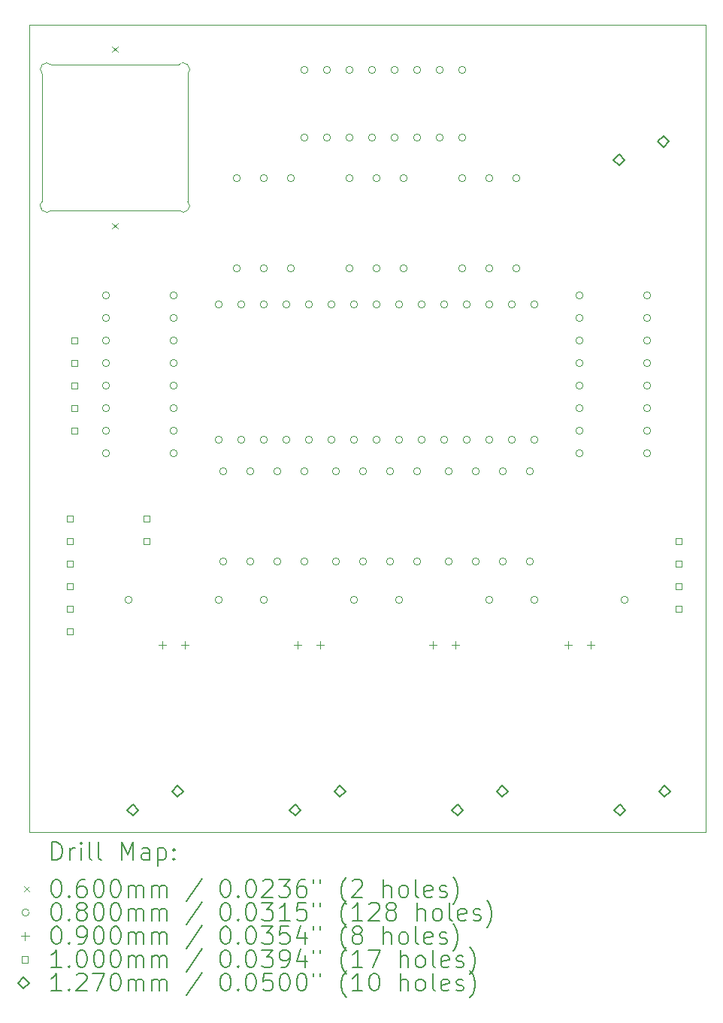
<source format=gbr>
%TF.GenerationSoftware,KiCad,Pcbnew,8.0.7*%
%TF.CreationDate,2024-12-12T20:06:31+02:00*%
%TF.ProjectId,circuit diagram,63697263-7569-4742-9064-69616772616d,rev?*%
%TF.SameCoordinates,Original*%
%TF.FileFunction,Drillmap*%
%TF.FilePolarity,Positive*%
%FSLAX45Y45*%
G04 Gerber Fmt 4.5, Leading zero omitted, Abs format (unit mm)*
G04 Created by KiCad (PCBNEW 8.0.7) date 2024-12-12 20:06:31*
%MOMM*%
%LPD*%
G01*
G04 APERTURE LIST*
%ADD10C,0.050000*%
%ADD11C,0.100000*%
%ADD12C,0.200000*%
%ADD13C,0.127000*%
G04 APERTURE END LIST*
D10*
X2794000Y-2946400D02*
X10414000Y-2946400D01*
X10414000Y-12039600D01*
X2794000Y-12039600D01*
X2794000Y-2946400D01*
D11*
X4579200Y-4936400D02*
X4579200Y-3496400D01*
X3039200Y-5036400D02*
X4479200Y-5036400D01*
X4479200Y-3396400D02*
X3039200Y-3396400D01*
X2939200Y-3496400D02*
X2939200Y-4936400D01*
X4479200Y-3396400D02*
G75*
G02*
X4579200Y-3496400I50000J-50000D01*
G01*
X4579200Y-4936400D02*
G75*
G02*
X4479200Y-5036400I-50000J-50000D01*
G01*
X2939200Y-3496400D02*
G75*
G02*
X3039200Y-3396400I50000J50000D01*
G01*
X3039200Y-5036400D02*
G75*
G02*
X2939200Y-4936400I-50000J50000D01*
G01*
D12*
D11*
X3729200Y-3194833D02*
X3789200Y-3254833D01*
X3789200Y-3194833D02*
X3729200Y-3254833D01*
X3729200Y-5177967D02*
X3789200Y-5237967D01*
X3789200Y-5177967D02*
X3729200Y-5237967D01*
X3697600Y-5994400D02*
G75*
G02*
X3617600Y-5994400I-40000J0D01*
G01*
X3617600Y-5994400D02*
G75*
G02*
X3697600Y-5994400I40000J0D01*
G01*
X3697600Y-6248400D02*
G75*
G02*
X3617600Y-6248400I-40000J0D01*
G01*
X3617600Y-6248400D02*
G75*
G02*
X3697600Y-6248400I40000J0D01*
G01*
X3697600Y-6502400D02*
G75*
G02*
X3617600Y-6502400I-40000J0D01*
G01*
X3617600Y-6502400D02*
G75*
G02*
X3697600Y-6502400I40000J0D01*
G01*
X3697600Y-6756400D02*
G75*
G02*
X3617600Y-6756400I-40000J0D01*
G01*
X3617600Y-6756400D02*
G75*
G02*
X3697600Y-6756400I40000J0D01*
G01*
X3697600Y-7010400D02*
G75*
G02*
X3617600Y-7010400I-40000J0D01*
G01*
X3617600Y-7010400D02*
G75*
G02*
X3697600Y-7010400I40000J0D01*
G01*
X3697600Y-7264400D02*
G75*
G02*
X3617600Y-7264400I-40000J0D01*
G01*
X3617600Y-7264400D02*
G75*
G02*
X3697600Y-7264400I40000J0D01*
G01*
X3697600Y-7518400D02*
G75*
G02*
X3617600Y-7518400I-40000J0D01*
G01*
X3617600Y-7518400D02*
G75*
G02*
X3697600Y-7518400I40000J0D01*
G01*
X3697600Y-7772400D02*
G75*
G02*
X3617600Y-7772400I-40000J0D01*
G01*
X3617600Y-7772400D02*
G75*
G02*
X3697600Y-7772400I40000J0D01*
G01*
X3951600Y-9423400D02*
G75*
G02*
X3871600Y-9423400I-40000J0D01*
G01*
X3871600Y-9423400D02*
G75*
G02*
X3951600Y-9423400I40000J0D01*
G01*
X4459600Y-5994400D02*
G75*
G02*
X4379600Y-5994400I-40000J0D01*
G01*
X4379600Y-5994400D02*
G75*
G02*
X4459600Y-5994400I40000J0D01*
G01*
X4459600Y-6248400D02*
G75*
G02*
X4379600Y-6248400I-40000J0D01*
G01*
X4379600Y-6248400D02*
G75*
G02*
X4459600Y-6248400I40000J0D01*
G01*
X4459600Y-6502400D02*
G75*
G02*
X4379600Y-6502400I-40000J0D01*
G01*
X4379600Y-6502400D02*
G75*
G02*
X4459600Y-6502400I40000J0D01*
G01*
X4459600Y-6756400D02*
G75*
G02*
X4379600Y-6756400I-40000J0D01*
G01*
X4379600Y-6756400D02*
G75*
G02*
X4459600Y-6756400I40000J0D01*
G01*
X4459600Y-7010400D02*
G75*
G02*
X4379600Y-7010400I-40000J0D01*
G01*
X4379600Y-7010400D02*
G75*
G02*
X4459600Y-7010400I40000J0D01*
G01*
X4459600Y-7264400D02*
G75*
G02*
X4379600Y-7264400I-40000J0D01*
G01*
X4379600Y-7264400D02*
G75*
G02*
X4459600Y-7264400I40000J0D01*
G01*
X4459600Y-7518400D02*
G75*
G02*
X4379600Y-7518400I-40000J0D01*
G01*
X4379600Y-7518400D02*
G75*
G02*
X4459600Y-7518400I40000J0D01*
G01*
X4459600Y-7772400D02*
G75*
G02*
X4379600Y-7772400I-40000J0D01*
G01*
X4379600Y-7772400D02*
G75*
G02*
X4459600Y-7772400I40000J0D01*
G01*
X4967600Y-6096000D02*
G75*
G02*
X4887600Y-6096000I-40000J0D01*
G01*
X4887600Y-6096000D02*
G75*
G02*
X4967600Y-6096000I40000J0D01*
G01*
X4967600Y-7620000D02*
G75*
G02*
X4887600Y-7620000I-40000J0D01*
G01*
X4887600Y-7620000D02*
G75*
G02*
X4967600Y-7620000I40000J0D01*
G01*
X4967600Y-9423400D02*
G75*
G02*
X4887600Y-9423400I-40000J0D01*
G01*
X4887600Y-9423400D02*
G75*
G02*
X4967600Y-9423400I40000J0D01*
G01*
X5018400Y-7975600D02*
G75*
G02*
X4938400Y-7975600I-40000J0D01*
G01*
X4938400Y-7975600D02*
G75*
G02*
X5018400Y-7975600I40000J0D01*
G01*
X5018400Y-8991600D02*
G75*
G02*
X4938400Y-8991600I-40000J0D01*
G01*
X4938400Y-8991600D02*
G75*
G02*
X5018400Y-8991600I40000J0D01*
G01*
X5170800Y-4673600D02*
G75*
G02*
X5090800Y-4673600I-40000J0D01*
G01*
X5090800Y-4673600D02*
G75*
G02*
X5170800Y-4673600I40000J0D01*
G01*
X5170800Y-5689600D02*
G75*
G02*
X5090800Y-5689600I-40000J0D01*
G01*
X5090800Y-5689600D02*
G75*
G02*
X5170800Y-5689600I40000J0D01*
G01*
X5221600Y-6096000D02*
G75*
G02*
X5141600Y-6096000I-40000J0D01*
G01*
X5141600Y-6096000D02*
G75*
G02*
X5221600Y-6096000I40000J0D01*
G01*
X5221600Y-7620000D02*
G75*
G02*
X5141600Y-7620000I-40000J0D01*
G01*
X5141600Y-7620000D02*
G75*
G02*
X5221600Y-7620000I40000J0D01*
G01*
X5323200Y-7975600D02*
G75*
G02*
X5243200Y-7975600I-40000J0D01*
G01*
X5243200Y-7975600D02*
G75*
G02*
X5323200Y-7975600I40000J0D01*
G01*
X5323200Y-8991600D02*
G75*
G02*
X5243200Y-8991600I-40000J0D01*
G01*
X5243200Y-8991600D02*
G75*
G02*
X5323200Y-8991600I40000J0D01*
G01*
X5475600Y-4673600D02*
G75*
G02*
X5395600Y-4673600I-40000J0D01*
G01*
X5395600Y-4673600D02*
G75*
G02*
X5475600Y-4673600I40000J0D01*
G01*
X5475600Y-5689600D02*
G75*
G02*
X5395600Y-5689600I-40000J0D01*
G01*
X5395600Y-5689600D02*
G75*
G02*
X5475600Y-5689600I40000J0D01*
G01*
X5475600Y-6096000D02*
G75*
G02*
X5395600Y-6096000I-40000J0D01*
G01*
X5395600Y-6096000D02*
G75*
G02*
X5475600Y-6096000I40000J0D01*
G01*
X5475600Y-7620000D02*
G75*
G02*
X5395600Y-7620000I-40000J0D01*
G01*
X5395600Y-7620000D02*
G75*
G02*
X5475600Y-7620000I40000J0D01*
G01*
X5475600Y-9423400D02*
G75*
G02*
X5395600Y-9423400I-40000J0D01*
G01*
X5395600Y-9423400D02*
G75*
G02*
X5475600Y-9423400I40000J0D01*
G01*
X5628000Y-7975600D02*
G75*
G02*
X5548000Y-7975600I-40000J0D01*
G01*
X5548000Y-7975600D02*
G75*
G02*
X5628000Y-7975600I40000J0D01*
G01*
X5628000Y-8991600D02*
G75*
G02*
X5548000Y-8991600I-40000J0D01*
G01*
X5548000Y-8991600D02*
G75*
G02*
X5628000Y-8991600I40000J0D01*
G01*
X5729600Y-6096000D02*
G75*
G02*
X5649600Y-6096000I-40000J0D01*
G01*
X5649600Y-6096000D02*
G75*
G02*
X5729600Y-6096000I40000J0D01*
G01*
X5729600Y-7620000D02*
G75*
G02*
X5649600Y-7620000I-40000J0D01*
G01*
X5649600Y-7620000D02*
G75*
G02*
X5729600Y-7620000I40000J0D01*
G01*
X5780400Y-4673600D02*
G75*
G02*
X5700400Y-4673600I-40000J0D01*
G01*
X5700400Y-4673600D02*
G75*
G02*
X5780400Y-4673600I40000J0D01*
G01*
X5780400Y-5689600D02*
G75*
G02*
X5700400Y-5689600I-40000J0D01*
G01*
X5700400Y-5689600D02*
G75*
G02*
X5780400Y-5689600I40000J0D01*
G01*
X5932800Y-3454400D02*
G75*
G02*
X5852800Y-3454400I-40000J0D01*
G01*
X5852800Y-3454400D02*
G75*
G02*
X5932800Y-3454400I40000J0D01*
G01*
X5932800Y-4216400D02*
G75*
G02*
X5852800Y-4216400I-40000J0D01*
G01*
X5852800Y-4216400D02*
G75*
G02*
X5932800Y-4216400I40000J0D01*
G01*
X5932800Y-7975600D02*
G75*
G02*
X5852800Y-7975600I-40000J0D01*
G01*
X5852800Y-7975600D02*
G75*
G02*
X5932800Y-7975600I40000J0D01*
G01*
X5932800Y-8991600D02*
G75*
G02*
X5852800Y-8991600I-40000J0D01*
G01*
X5852800Y-8991600D02*
G75*
G02*
X5932800Y-8991600I40000J0D01*
G01*
X5983600Y-6096000D02*
G75*
G02*
X5903600Y-6096000I-40000J0D01*
G01*
X5903600Y-6096000D02*
G75*
G02*
X5983600Y-6096000I40000J0D01*
G01*
X5983600Y-7620000D02*
G75*
G02*
X5903600Y-7620000I-40000J0D01*
G01*
X5903600Y-7620000D02*
G75*
G02*
X5983600Y-7620000I40000J0D01*
G01*
X6186800Y-3454400D02*
G75*
G02*
X6106800Y-3454400I-40000J0D01*
G01*
X6106800Y-3454400D02*
G75*
G02*
X6186800Y-3454400I40000J0D01*
G01*
X6186800Y-4216400D02*
G75*
G02*
X6106800Y-4216400I-40000J0D01*
G01*
X6106800Y-4216400D02*
G75*
G02*
X6186800Y-4216400I40000J0D01*
G01*
X6237600Y-6096000D02*
G75*
G02*
X6157600Y-6096000I-40000J0D01*
G01*
X6157600Y-6096000D02*
G75*
G02*
X6237600Y-6096000I40000J0D01*
G01*
X6237600Y-7620000D02*
G75*
G02*
X6157600Y-7620000I-40000J0D01*
G01*
X6157600Y-7620000D02*
G75*
G02*
X6237600Y-7620000I40000J0D01*
G01*
X6288400Y-7975600D02*
G75*
G02*
X6208400Y-7975600I-40000J0D01*
G01*
X6208400Y-7975600D02*
G75*
G02*
X6288400Y-7975600I40000J0D01*
G01*
X6288400Y-8991600D02*
G75*
G02*
X6208400Y-8991600I-40000J0D01*
G01*
X6208400Y-8991600D02*
G75*
G02*
X6288400Y-8991600I40000J0D01*
G01*
X6440800Y-3454400D02*
G75*
G02*
X6360800Y-3454400I-40000J0D01*
G01*
X6360800Y-3454400D02*
G75*
G02*
X6440800Y-3454400I40000J0D01*
G01*
X6440800Y-4216400D02*
G75*
G02*
X6360800Y-4216400I-40000J0D01*
G01*
X6360800Y-4216400D02*
G75*
G02*
X6440800Y-4216400I40000J0D01*
G01*
X6440800Y-4673600D02*
G75*
G02*
X6360800Y-4673600I-40000J0D01*
G01*
X6360800Y-4673600D02*
G75*
G02*
X6440800Y-4673600I40000J0D01*
G01*
X6440800Y-5689600D02*
G75*
G02*
X6360800Y-5689600I-40000J0D01*
G01*
X6360800Y-5689600D02*
G75*
G02*
X6440800Y-5689600I40000J0D01*
G01*
X6491600Y-6096000D02*
G75*
G02*
X6411600Y-6096000I-40000J0D01*
G01*
X6411600Y-6096000D02*
G75*
G02*
X6491600Y-6096000I40000J0D01*
G01*
X6491600Y-7620000D02*
G75*
G02*
X6411600Y-7620000I-40000J0D01*
G01*
X6411600Y-7620000D02*
G75*
G02*
X6491600Y-7620000I40000J0D01*
G01*
X6491600Y-9423400D02*
G75*
G02*
X6411600Y-9423400I-40000J0D01*
G01*
X6411600Y-9423400D02*
G75*
G02*
X6491600Y-9423400I40000J0D01*
G01*
X6593200Y-7975600D02*
G75*
G02*
X6513200Y-7975600I-40000J0D01*
G01*
X6513200Y-7975600D02*
G75*
G02*
X6593200Y-7975600I40000J0D01*
G01*
X6593200Y-8991600D02*
G75*
G02*
X6513200Y-8991600I-40000J0D01*
G01*
X6513200Y-8991600D02*
G75*
G02*
X6593200Y-8991600I40000J0D01*
G01*
X6694800Y-3454400D02*
G75*
G02*
X6614800Y-3454400I-40000J0D01*
G01*
X6614800Y-3454400D02*
G75*
G02*
X6694800Y-3454400I40000J0D01*
G01*
X6694800Y-4216400D02*
G75*
G02*
X6614800Y-4216400I-40000J0D01*
G01*
X6614800Y-4216400D02*
G75*
G02*
X6694800Y-4216400I40000J0D01*
G01*
X6745600Y-4673600D02*
G75*
G02*
X6665600Y-4673600I-40000J0D01*
G01*
X6665600Y-4673600D02*
G75*
G02*
X6745600Y-4673600I40000J0D01*
G01*
X6745600Y-5689600D02*
G75*
G02*
X6665600Y-5689600I-40000J0D01*
G01*
X6665600Y-5689600D02*
G75*
G02*
X6745600Y-5689600I40000J0D01*
G01*
X6745600Y-6096000D02*
G75*
G02*
X6665600Y-6096000I-40000J0D01*
G01*
X6665600Y-6096000D02*
G75*
G02*
X6745600Y-6096000I40000J0D01*
G01*
X6745600Y-7620000D02*
G75*
G02*
X6665600Y-7620000I-40000J0D01*
G01*
X6665600Y-7620000D02*
G75*
G02*
X6745600Y-7620000I40000J0D01*
G01*
X6898000Y-7975600D02*
G75*
G02*
X6818000Y-7975600I-40000J0D01*
G01*
X6818000Y-7975600D02*
G75*
G02*
X6898000Y-7975600I40000J0D01*
G01*
X6898000Y-8991600D02*
G75*
G02*
X6818000Y-8991600I-40000J0D01*
G01*
X6818000Y-8991600D02*
G75*
G02*
X6898000Y-8991600I40000J0D01*
G01*
X6948800Y-3454400D02*
G75*
G02*
X6868800Y-3454400I-40000J0D01*
G01*
X6868800Y-3454400D02*
G75*
G02*
X6948800Y-3454400I40000J0D01*
G01*
X6948800Y-4216400D02*
G75*
G02*
X6868800Y-4216400I-40000J0D01*
G01*
X6868800Y-4216400D02*
G75*
G02*
X6948800Y-4216400I40000J0D01*
G01*
X6999600Y-6096000D02*
G75*
G02*
X6919600Y-6096000I-40000J0D01*
G01*
X6919600Y-6096000D02*
G75*
G02*
X6999600Y-6096000I40000J0D01*
G01*
X6999600Y-7620000D02*
G75*
G02*
X6919600Y-7620000I-40000J0D01*
G01*
X6919600Y-7620000D02*
G75*
G02*
X6999600Y-7620000I40000J0D01*
G01*
X6999600Y-9423400D02*
G75*
G02*
X6919600Y-9423400I-40000J0D01*
G01*
X6919600Y-9423400D02*
G75*
G02*
X6999600Y-9423400I40000J0D01*
G01*
X7050400Y-4673600D02*
G75*
G02*
X6970400Y-4673600I-40000J0D01*
G01*
X6970400Y-4673600D02*
G75*
G02*
X7050400Y-4673600I40000J0D01*
G01*
X7050400Y-5689600D02*
G75*
G02*
X6970400Y-5689600I-40000J0D01*
G01*
X6970400Y-5689600D02*
G75*
G02*
X7050400Y-5689600I40000J0D01*
G01*
X7202800Y-3454400D02*
G75*
G02*
X7122800Y-3454400I-40000J0D01*
G01*
X7122800Y-3454400D02*
G75*
G02*
X7202800Y-3454400I40000J0D01*
G01*
X7202800Y-4216400D02*
G75*
G02*
X7122800Y-4216400I-40000J0D01*
G01*
X7122800Y-4216400D02*
G75*
G02*
X7202800Y-4216400I40000J0D01*
G01*
X7202800Y-7975600D02*
G75*
G02*
X7122800Y-7975600I-40000J0D01*
G01*
X7122800Y-7975600D02*
G75*
G02*
X7202800Y-7975600I40000J0D01*
G01*
X7202800Y-8991600D02*
G75*
G02*
X7122800Y-8991600I-40000J0D01*
G01*
X7122800Y-8991600D02*
G75*
G02*
X7202800Y-8991600I40000J0D01*
G01*
X7253600Y-6096000D02*
G75*
G02*
X7173600Y-6096000I-40000J0D01*
G01*
X7173600Y-6096000D02*
G75*
G02*
X7253600Y-6096000I40000J0D01*
G01*
X7253600Y-7620000D02*
G75*
G02*
X7173600Y-7620000I-40000J0D01*
G01*
X7173600Y-7620000D02*
G75*
G02*
X7253600Y-7620000I40000J0D01*
G01*
X7456800Y-3454400D02*
G75*
G02*
X7376800Y-3454400I-40000J0D01*
G01*
X7376800Y-3454400D02*
G75*
G02*
X7456800Y-3454400I40000J0D01*
G01*
X7456800Y-4216400D02*
G75*
G02*
X7376800Y-4216400I-40000J0D01*
G01*
X7376800Y-4216400D02*
G75*
G02*
X7456800Y-4216400I40000J0D01*
G01*
X7507600Y-6096000D02*
G75*
G02*
X7427600Y-6096000I-40000J0D01*
G01*
X7427600Y-6096000D02*
G75*
G02*
X7507600Y-6096000I40000J0D01*
G01*
X7507600Y-7620000D02*
G75*
G02*
X7427600Y-7620000I-40000J0D01*
G01*
X7427600Y-7620000D02*
G75*
G02*
X7507600Y-7620000I40000J0D01*
G01*
X7558400Y-7975600D02*
G75*
G02*
X7478400Y-7975600I-40000J0D01*
G01*
X7478400Y-7975600D02*
G75*
G02*
X7558400Y-7975600I40000J0D01*
G01*
X7558400Y-8991600D02*
G75*
G02*
X7478400Y-8991600I-40000J0D01*
G01*
X7478400Y-8991600D02*
G75*
G02*
X7558400Y-8991600I40000J0D01*
G01*
X7710800Y-3454400D02*
G75*
G02*
X7630800Y-3454400I-40000J0D01*
G01*
X7630800Y-3454400D02*
G75*
G02*
X7710800Y-3454400I40000J0D01*
G01*
X7710800Y-4216400D02*
G75*
G02*
X7630800Y-4216400I-40000J0D01*
G01*
X7630800Y-4216400D02*
G75*
G02*
X7710800Y-4216400I40000J0D01*
G01*
X7710800Y-4673600D02*
G75*
G02*
X7630800Y-4673600I-40000J0D01*
G01*
X7630800Y-4673600D02*
G75*
G02*
X7710800Y-4673600I40000J0D01*
G01*
X7710800Y-5689600D02*
G75*
G02*
X7630800Y-5689600I-40000J0D01*
G01*
X7630800Y-5689600D02*
G75*
G02*
X7710800Y-5689600I40000J0D01*
G01*
X7761600Y-6096000D02*
G75*
G02*
X7681600Y-6096000I-40000J0D01*
G01*
X7681600Y-6096000D02*
G75*
G02*
X7761600Y-6096000I40000J0D01*
G01*
X7761600Y-7620000D02*
G75*
G02*
X7681600Y-7620000I-40000J0D01*
G01*
X7681600Y-7620000D02*
G75*
G02*
X7761600Y-7620000I40000J0D01*
G01*
X7863200Y-7975600D02*
G75*
G02*
X7783200Y-7975600I-40000J0D01*
G01*
X7783200Y-7975600D02*
G75*
G02*
X7863200Y-7975600I40000J0D01*
G01*
X7863200Y-8991600D02*
G75*
G02*
X7783200Y-8991600I-40000J0D01*
G01*
X7783200Y-8991600D02*
G75*
G02*
X7863200Y-8991600I40000J0D01*
G01*
X8015600Y-4673600D02*
G75*
G02*
X7935600Y-4673600I-40000J0D01*
G01*
X7935600Y-4673600D02*
G75*
G02*
X8015600Y-4673600I40000J0D01*
G01*
X8015600Y-5689600D02*
G75*
G02*
X7935600Y-5689600I-40000J0D01*
G01*
X7935600Y-5689600D02*
G75*
G02*
X8015600Y-5689600I40000J0D01*
G01*
X8015600Y-6096000D02*
G75*
G02*
X7935600Y-6096000I-40000J0D01*
G01*
X7935600Y-6096000D02*
G75*
G02*
X8015600Y-6096000I40000J0D01*
G01*
X8015600Y-7620000D02*
G75*
G02*
X7935600Y-7620000I-40000J0D01*
G01*
X7935600Y-7620000D02*
G75*
G02*
X8015600Y-7620000I40000J0D01*
G01*
X8015600Y-9423400D02*
G75*
G02*
X7935600Y-9423400I-40000J0D01*
G01*
X7935600Y-9423400D02*
G75*
G02*
X8015600Y-9423400I40000J0D01*
G01*
X8168000Y-7975600D02*
G75*
G02*
X8088000Y-7975600I-40000J0D01*
G01*
X8088000Y-7975600D02*
G75*
G02*
X8168000Y-7975600I40000J0D01*
G01*
X8168000Y-8991600D02*
G75*
G02*
X8088000Y-8991600I-40000J0D01*
G01*
X8088000Y-8991600D02*
G75*
G02*
X8168000Y-8991600I40000J0D01*
G01*
X8269600Y-6096000D02*
G75*
G02*
X8189600Y-6096000I-40000J0D01*
G01*
X8189600Y-6096000D02*
G75*
G02*
X8269600Y-6096000I40000J0D01*
G01*
X8269600Y-7620000D02*
G75*
G02*
X8189600Y-7620000I-40000J0D01*
G01*
X8189600Y-7620000D02*
G75*
G02*
X8269600Y-7620000I40000J0D01*
G01*
X8320400Y-4673600D02*
G75*
G02*
X8240400Y-4673600I-40000J0D01*
G01*
X8240400Y-4673600D02*
G75*
G02*
X8320400Y-4673600I40000J0D01*
G01*
X8320400Y-5689600D02*
G75*
G02*
X8240400Y-5689600I-40000J0D01*
G01*
X8240400Y-5689600D02*
G75*
G02*
X8320400Y-5689600I40000J0D01*
G01*
X8472800Y-7975600D02*
G75*
G02*
X8392800Y-7975600I-40000J0D01*
G01*
X8392800Y-7975600D02*
G75*
G02*
X8472800Y-7975600I40000J0D01*
G01*
X8472800Y-8991600D02*
G75*
G02*
X8392800Y-8991600I-40000J0D01*
G01*
X8392800Y-8991600D02*
G75*
G02*
X8472800Y-8991600I40000J0D01*
G01*
X8523600Y-6096000D02*
G75*
G02*
X8443600Y-6096000I-40000J0D01*
G01*
X8443600Y-6096000D02*
G75*
G02*
X8523600Y-6096000I40000J0D01*
G01*
X8523600Y-7620000D02*
G75*
G02*
X8443600Y-7620000I-40000J0D01*
G01*
X8443600Y-7620000D02*
G75*
G02*
X8523600Y-7620000I40000J0D01*
G01*
X8523600Y-9423400D02*
G75*
G02*
X8443600Y-9423400I-40000J0D01*
G01*
X8443600Y-9423400D02*
G75*
G02*
X8523600Y-9423400I40000J0D01*
G01*
X9031600Y-5994400D02*
G75*
G02*
X8951600Y-5994400I-40000J0D01*
G01*
X8951600Y-5994400D02*
G75*
G02*
X9031600Y-5994400I40000J0D01*
G01*
X9031600Y-6248400D02*
G75*
G02*
X8951600Y-6248400I-40000J0D01*
G01*
X8951600Y-6248400D02*
G75*
G02*
X9031600Y-6248400I40000J0D01*
G01*
X9031600Y-6502400D02*
G75*
G02*
X8951600Y-6502400I-40000J0D01*
G01*
X8951600Y-6502400D02*
G75*
G02*
X9031600Y-6502400I40000J0D01*
G01*
X9031600Y-6756400D02*
G75*
G02*
X8951600Y-6756400I-40000J0D01*
G01*
X8951600Y-6756400D02*
G75*
G02*
X9031600Y-6756400I40000J0D01*
G01*
X9031600Y-7010400D02*
G75*
G02*
X8951600Y-7010400I-40000J0D01*
G01*
X8951600Y-7010400D02*
G75*
G02*
X9031600Y-7010400I40000J0D01*
G01*
X9031600Y-7264400D02*
G75*
G02*
X8951600Y-7264400I-40000J0D01*
G01*
X8951600Y-7264400D02*
G75*
G02*
X9031600Y-7264400I40000J0D01*
G01*
X9031600Y-7518400D02*
G75*
G02*
X8951600Y-7518400I-40000J0D01*
G01*
X8951600Y-7518400D02*
G75*
G02*
X9031600Y-7518400I40000J0D01*
G01*
X9031600Y-7772400D02*
G75*
G02*
X8951600Y-7772400I-40000J0D01*
G01*
X8951600Y-7772400D02*
G75*
G02*
X9031600Y-7772400I40000J0D01*
G01*
X9539600Y-9423400D02*
G75*
G02*
X9459600Y-9423400I-40000J0D01*
G01*
X9459600Y-9423400D02*
G75*
G02*
X9539600Y-9423400I40000J0D01*
G01*
X9793600Y-5994400D02*
G75*
G02*
X9713600Y-5994400I-40000J0D01*
G01*
X9713600Y-5994400D02*
G75*
G02*
X9793600Y-5994400I40000J0D01*
G01*
X9793600Y-6248400D02*
G75*
G02*
X9713600Y-6248400I-40000J0D01*
G01*
X9713600Y-6248400D02*
G75*
G02*
X9793600Y-6248400I40000J0D01*
G01*
X9793600Y-6502400D02*
G75*
G02*
X9713600Y-6502400I-40000J0D01*
G01*
X9713600Y-6502400D02*
G75*
G02*
X9793600Y-6502400I40000J0D01*
G01*
X9793600Y-6756400D02*
G75*
G02*
X9713600Y-6756400I-40000J0D01*
G01*
X9713600Y-6756400D02*
G75*
G02*
X9793600Y-6756400I40000J0D01*
G01*
X9793600Y-7010400D02*
G75*
G02*
X9713600Y-7010400I-40000J0D01*
G01*
X9713600Y-7010400D02*
G75*
G02*
X9793600Y-7010400I40000J0D01*
G01*
X9793600Y-7264400D02*
G75*
G02*
X9713600Y-7264400I-40000J0D01*
G01*
X9713600Y-7264400D02*
G75*
G02*
X9793600Y-7264400I40000J0D01*
G01*
X9793600Y-7518400D02*
G75*
G02*
X9713600Y-7518400I-40000J0D01*
G01*
X9713600Y-7518400D02*
G75*
G02*
X9793600Y-7518400I40000J0D01*
G01*
X9793600Y-7772400D02*
G75*
G02*
X9713600Y-7772400I-40000J0D01*
G01*
X9713600Y-7772400D02*
G75*
G02*
X9793600Y-7772400I40000J0D01*
G01*
X4293100Y-9886400D02*
X4293100Y-9976400D01*
X4248100Y-9931400D02*
X4338100Y-9931400D01*
X4547100Y-9886400D02*
X4547100Y-9976400D01*
X4502100Y-9931400D02*
X4592100Y-9931400D01*
X5817100Y-9886400D02*
X5817100Y-9976400D01*
X5772100Y-9931400D02*
X5862100Y-9931400D01*
X6071100Y-9886400D02*
X6071100Y-9976400D01*
X6026100Y-9931400D02*
X6116100Y-9931400D01*
X7341100Y-9886400D02*
X7341100Y-9976400D01*
X7296100Y-9931400D02*
X7386100Y-9931400D01*
X7595100Y-9886400D02*
X7595100Y-9976400D01*
X7550100Y-9931400D02*
X7640100Y-9931400D01*
X8865100Y-9886400D02*
X8865100Y-9976400D01*
X8820100Y-9931400D02*
X8910100Y-9931400D01*
X9119100Y-9886400D02*
X9119100Y-9976400D01*
X9074100Y-9931400D02*
X9164100Y-9931400D01*
X3286556Y-8544356D02*
X3286556Y-8473644D01*
X3215844Y-8473644D01*
X3215844Y-8544356D01*
X3286556Y-8544356D01*
X3286556Y-8798356D02*
X3286556Y-8727644D01*
X3215844Y-8727644D01*
X3215844Y-8798356D01*
X3286556Y-8798356D01*
X3286556Y-9052356D02*
X3286556Y-8981644D01*
X3215844Y-8981644D01*
X3215844Y-9052356D01*
X3286556Y-9052356D01*
X3286556Y-9306356D02*
X3286556Y-9235644D01*
X3215844Y-9235644D01*
X3215844Y-9306356D01*
X3286556Y-9306356D01*
X3286556Y-9560356D02*
X3286556Y-9489644D01*
X3215844Y-9489644D01*
X3215844Y-9560356D01*
X3286556Y-9560356D01*
X3286556Y-9814356D02*
X3286556Y-9743644D01*
X3215844Y-9743644D01*
X3215844Y-9814356D01*
X3286556Y-9814356D01*
X3337356Y-6538256D02*
X3337356Y-6467544D01*
X3266644Y-6467544D01*
X3266644Y-6538256D01*
X3337356Y-6538256D01*
X3337356Y-6792256D02*
X3337356Y-6721544D01*
X3266644Y-6721544D01*
X3266644Y-6792256D01*
X3337356Y-6792256D01*
X3337356Y-7046256D02*
X3337356Y-6975544D01*
X3266644Y-6975544D01*
X3266644Y-7046256D01*
X3337356Y-7046256D01*
X3337356Y-7300256D02*
X3337356Y-7229544D01*
X3266644Y-7229544D01*
X3266644Y-7300256D01*
X3337356Y-7300256D01*
X3337356Y-7554256D02*
X3337356Y-7483544D01*
X3266644Y-7483544D01*
X3266644Y-7554256D01*
X3337356Y-7554256D01*
X4150156Y-8544356D02*
X4150156Y-8473644D01*
X4079444Y-8473644D01*
X4079444Y-8544356D01*
X4150156Y-8544356D01*
X4150156Y-8798356D02*
X4150156Y-8727644D01*
X4079444Y-8727644D01*
X4079444Y-8798356D01*
X4150156Y-8798356D01*
X10144556Y-8798356D02*
X10144556Y-8727644D01*
X10073844Y-8727644D01*
X10073844Y-8798356D01*
X10144556Y-8798356D01*
X10144556Y-9052356D02*
X10144556Y-8981644D01*
X10073844Y-8981644D01*
X10073844Y-9052356D01*
X10144556Y-9052356D01*
X10144556Y-9306356D02*
X10144556Y-9235644D01*
X10073844Y-9235644D01*
X10073844Y-9306356D01*
X10144556Y-9306356D01*
X10144556Y-9560356D02*
X10144556Y-9489644D01*
X10073844Y-9489644D01*
X10073844Y-9560356D01*
X10144556Y-9560356D01*
D13*
X3962400Y-11854900D02*
X4025900Y-11791400D01*
X3962400Y-11727900D01*
X3898900Y-11791400D01*
X3962400Y-11854900D01*
X4462400Y-11644900D02*
X4525900Y-11581400D01*
X4462400Y-11517900D01*
X4398900Y-11581400D01*
X4462400Y-11644900D01*
X5791200Y-11854900D02*
X5854700Y-11791400D01*
X5791200Y-11727900D01*
X5727700Y-11791400D01*
X5791200Y-11854900D01*
X6291200Y-11644900D02*
X6354700Y-11581400D01*
X6291200Y-11517900D01*
X6227700Y-11581400D01*
X6291200Y-11644900D01*
X7620000Y-11854900D02*
X7683500Y-11791400D01*
X7620000Y-11727900D01*
X7556500Y-11791400D01*
X7620000Y-11854900D01*
X8120000Y-11644900D02*
X8183500Y-11581400D01*
X8120000Y-11517900D01*
X8056500Y-11581400D01*
X8120000Y-11644900D01*
X9440000Y-4533900D02*
X9503500Y-4470400D01*
X9440000Y-4406900D01*
X9376500Y-4470400D01*
X9440000Y-4533900D01*
X9448800Y-11854900D02*
X9512300Y-11791400D01*
X9448800Y-11727900D01*
X9385300Y-11791400D01*
X9448800Y-11854900D01*
X9940000Y-4323900D02*
X10003500Y-4260400D01*
X9940000Y-4196900D01*
X9876500Y-4260400D01*
X9940000Y-4323900D01*
X9948800Y-11644900D02*
X10012300Y-11581400D01*
X9948800Y-11517900D01*
X9885300Y-11581400D01*
X9948800Y-11644900D01*
D12*
X3052277Y-12353584D02*
X3052277Y-12153584D01*
X3052277Y-12153584D02*
X3099896Y-12153584D01*
X3099896Y-12153584D02*
X3128467Y-12163108D01*
X3128467Y-12163108D02*
X3147515Y-12182155D01*
X3147515Y-12182155D02*
X3157039Y-12201203D01*
X3157039Y-12201203D02*
X3166562Y-12239298D01*
X3166562Y-12239298D02*
X3166562Y-12267869D01*
X3166562Y-12267869D02*
X3157039Y-12305965D01*
X3157039Y-12305965D02*
X3147515Y-12325012D01*
X3147515Y-12325012D02*
X3128467Y-12344060D01*
X3128467Y-12344060D02*
X3099896Y-12353584D01*
X3099896Y-12353584D02*
X3052277Y-12353584D01*
X3252277Y-12353584D02*
X3252277Y-12220250D01*
X3252277Y-12258346D02*
X3261801Y-12239298D01*
X3261801Y-12239298D02*
X3271324Y-12229774D01*
X3271324Y-12229774D02*
X3290372Y-12220250D01*
X3290372Y-12220250D02*
X3309420Y-12220250D01*
X3376086Y-12353584D02*
X3376086Y-12220250D01*
X3376086Y-12153584D02*
X3366562Y-12163108D01*
X3366562Y-12163108D02*
X3376086Y-12172631D01*
X3376086Y-12172631D02*
X3385610Y-12163108D01*
X3385610Y-12163108D02*
X3376086Y-12153584D01*
X3376086Y-12153584D02*
X3376086Y-12172631D01*
X3499896Y-12353584D02*
X3480848Y-12344060D01*
X3480848Y-12344060D02*
X3471324Y-12325012D01*
X3471324Y-12325012D02*
X3471324Y-12153584D01*
X3604658Y-12353584D02*
X3585610Y-12344060D01*
X3585610Y-12344060D02*
X3576086Y-12325012D01*
X3576086Y-12325012D02*
X3576086Y-12153584D01*
X3833229Y-12353584D02*
X3833229Y-12153584D01*
X3833229Y-12153584D02*
X3899896Y-12296441D01*
X3899896Y-12296441D02*
X3966562Y-12153584D01*
X3966562Y-12153584D02*
X3966562Y-12353584D01*
X4147515Y-12353584D02*
X4147515Y-12248822D01*
X4147515Y-12248822D02*
X4137991Y-12229774D01*
X4137991Y-12229774D02*
X4118943Y-12220250D01*
X4118943Y-12220250D02*
X4080848Y-12220250D01*
X4080848Y-12220250D02*
X4061801Y-12229774D01*
X4147515Y-12344060D02*
X4128467Y-12353584D01*
X4128467Y-12353584D02*
X4080848Y-12353584D01*
X4080848Y-12353584D02*
X4061801Y-12344060D01*
X4061801Y-12344060D02*
X4052277Y-12325012D01*
X4052277Y-12325012D02*
X4052277Y-12305965D01*
X4052277Y-12305965D02*
X4061801Y-12286917D01*
X4061801Y-12286917D02*
X4080848Y-12277393D01*
X4080848Y-12277393D02*
X4128467Y-12277393D01*
X4128467Y-12277393D02*
X4147515Y-12267869D01*
X4242753Y-12220250D02*
X4242753Y-12420250D01*
X4242753Y-12229774D02*
X4261801Y-12220250D01*
X4261801Y-12220250D02*
X4299896Y-12220250D01*
X4299896Y-12220250D02*
X4318944Y-12229774D01*
X4318944Y-12229774D02*
X4328467Y-12239298D01*
X4328467Y-12239298D02*
X4337991Y-12258346D01*
X4337991Y-12258346D02*
X4337991Y-12315488D01*
X4337991Y-12315488D02*
X4328467Y-12334536D01*
X4328467Y-12334536D02*
X4318944Y-12344060D01*
X4318944Y-12344060D02*
X4299896Y-12353584D01*
X4299896Y-12353584D02*
X4261801Y-12353584D01*
X4261801Y-12353584D02*
X4242753Y-12344060D01*
X4423705Y-12334536D02*
X4433229Y-12344060D01*
X4433229Y-12344060D02*
X4423705Y-12353584D01*
X4423705Y-12353584D02*
X4414182Y-12344060D01*
X4414182Y-12344060D02*
X4423705Y-12334536D01*
X4423705Y-12334536D02*
X4423705Y-12353584D01*
X4423705Y-12229774D02*
X4433229Y-12239298D01*
X4433229Y-12239298D02*
X4423705Y-12248822D01*
X4423705Y-12248822D02*
X4414182Y-12239298D01*
X4414182Y-12239298D02*
X4423705Y-12229774D01*
X4423705Y-12229774D02*
X4423705Y-12248822D01*
D11*
X2731500Y-12652100D02*
X2791500Y-12712100D01*
X2791500Y-12652100D02*
X2731500Y-12712100D01*
D12*
X3090372Y-12573584D02*
X3109420Y-12573584D01*
X3109420Y-12573584D02*
X3128467Y-12583108D01*
X3128467Y-12583108D02*
X3137991Y-12592631D01*
X3137991Y-12592631D02*
X3147515Y-12611679D01*
X3147515Y-12611679D02*
X3157039Y-12649774D01*
X3157039Y-12649774D02*
X3157039Y-12697393D01*
X3157039Y-12697393D02*
X3147515Y-12735488D01*
X3147515Y-12735488D02*
X3137991Y-12754536D01*
X3137991Y-12754536D02*
X3128467Y-12764060D01*
X3128467Y-12764060D02*
X3109420Y-12773584D01*
X3109420Y-12773584D02*
X3090372Y-12773584D01*
X3090372Y-12773584D02*
X3071324Y-12764060D01*
X3071324Y-12764060D02*
X3061801Y-12754536D01*
X3061801Y-12754536D02*
X3052277Y-12735488D01*
X3052277Y-12735488D02*
X3042753Y-12697393D01*
X3042753Y-12697393D02*
X3042753Y-12649774D01*
X3042753Y-12649774D02*
X3052277Y-12611679D01*
X3052277Y-12611679D02*
X3061801Y-12592631D01*
X3061801Y-12592631D02*
X3071324Y-12583108D01*
X3071324Y-12583108D02*
X3090372Y-12573584D01*
X3242753Y-12754536D02*
X3252277Y-12764060D01*
X3252277Y-12764060D02*
X3242753Y-12773584D01*
X3242753Y-12773584D02*
X3233229Y-12764060D01*
X3233229Y-12764060D02*
X3242753Y-12754536D01*
X3242753Y-12754536D02*
X3242753Y-12773584D01*
X3423705Y-12573584D02*
X3385610Y-12573584D01*
X3385610Y-12573584D02*
X3366562Y-12583108D01*
X3366562Y-12583108D02*
X3357039Y-12592631D01*
X3357039Y-12592631D02*
X3337991Y-12621203D01*
X3337991Y-12621203D02*
X3328467Y-12659298D01*
X3328467Y-12659298D02*
X3328467Y-12735488D01*
X3328467Y-12735488D02*
X3337991Y-12754536D01*
X3337991Y-12754536D02*
X3347515Y-12764060D01*
X3347515Y-12764060D02*
X3366562Y-12773584D01*
X3366562Y-12773584D02*
X3404658Y-12773584D01*
X3404658Y-12773584D02*
X3423705Y-12764060D01*
X3423705Y-12764060D02*
X3433229Y-12754536D01*
X3433229Y-12754536D02*
X3442753Y-12735488D01*
X3442753Y-12735488D02*
X3442753Y-12687869D01*
X3442753Y-12687869D02*
X3433229Y-12668822D01*
X3433229Y-12668822D02*
X3423705Y-12659298D01*
X3423705Y-12659298D02*
X3404658Y-12649774D01*
X3404658Y-12649774D02*
X3366562Y-12649774D01*
X3366562Y-12649774D02*
X3347515Y-12659298D01*
X3347515Y-12659298D02*
X3337991Y-12668822D01*
X3337991Y-12668822D02*
X3328467Y-12687869D01*
X3566562Y-12573584D02*
X3585610Y-12573584D01*
X3585610Y-12573584D02*
X3604658Y-12583108D01*
X3604658Y-12583108D02*
X3614182Y-12592631D01*
X3614182Y-12592631D02*
X3623705Y-12611679D01*
X3623705Y-12611679D02*
X3633229Y-12649774D01*
X3633229Y-12649774D02*
X3633229Y-12697393D01*
X3633229Y-12697393D02*
X3623705Y-12735488D01*
X3623705Y-12735488D02*
X3614182Y-12754536D01*
X3614182Y-12754536D02*
X3604658Y-12764060D01*
X3604658Y-12764060D02*
X3585610Y-12773584D01*
X3585610Y-12773584D02*
X3566562Y-12773584D01*
X3566562Y-12773584D02*
X3547515Y-12764060D01*
X3547515Y-12764060D02*
X3537991Y-12754536D01*
X3537991Y-12754536D02*
X3528467Y-12735488D01*
X3528467Y-12735488D02*
X3518943Y-12697393D01*
X3518943Y-12697393D02*
X3518943Y-12649774D01*
X3518943Y-12649774D02*
X3528467Y-12611679D01*
X3528467Y-12611679D02*
X3537991Y-12592631D01*
X3537991Y-12592631D02*
X3547515Y-12583108D01*
X3547515Y-12583108D02*
X3566562Y-12573584D01*
X3757039Y-12573584D02*
X3776086Y-12573584D01*
X3776086Y-12573584D02*
X3795134Y-12583108D01*
X3795134Y-12583108D02*
X3804658Y-12592631D01*
X3804658Y-12592631D02*
X3814182Y-12611679D01*
X3814182Y-12611679D02*
X3823705Y-12649774D01*
X3823705Y-12649774D02*
X3823705Y-12697393D01*
X3823705Y-12697393D02*
X3814182Y-12735488D01*
X3814182Y-12735488D02*
X3804658Y-12754536D01*
X3804658Y-12754536D02*
X3795134Y-12764060D01*
X3795134Y-12764060D02*
X3776086Y-12773584D01*
X3776086Y-12773584D02*
X3757039Y-12773584D01*
X3757039Y-12773584D02*
X3737991Y-12764060D01*
X3737991Y-12764060D02*
X3728467Y-12754536D01*
X3728467Y-12754536D02*
X3718943Y-12735488D01*
X3718943Y-12735488D02*
X3709420Y-12697393D01*
X3709420Y-12697393D02*
X3709420Y-12649774D01*
X3709420Y-12649774D02*
X3718943Y-12611679D01*
X3718943Y-12611679D02*
X3728467Y-12592631D01*
X3728467Y-12592631D02*
X3737991Y-12583108D01*
X3737991Y-12583108D02*
X3757039Y-12573584D01*
X3909420Y-12773584D02*
X3909420Y-12640250D01*
X3909420Y-12659298D02*
X3918943Y-12649774D01*
X3918943Y-12649774D02*
X3937991Y-12640250D01*
X3937991Y-12640250D02*
X3966563Y-12640250D01*
X3966563Y-12640250D02*
X3985610Y-12649774D01*
X3985610Y-12649774D02*
X3995134Y-12668822D01*
X3995134Y-12668822D02*
X3995134Y-12773584D01*
X3995134Y-12668822D02*
X4004658Y-12649774D01*
X4004658Y-12649774D02*
X4023705Y-12640250D01*
X4023705Y-12640250D02*
X4052277Y-12640250D01*
X4052277Y-12640250D02*
X4071324Y-12649774D01*
X4071324Y-12649774D02*
X4080848Y-12668822D01*
X4080848Y-12668822D02*
X4080848Y-12773584D01*
X4176086Y-12773584D02*
X4176086Y-12640250D01*
X4176086Y-12659298D02*
X4185610Y-12649774D01*
X4185610Y-12649774D02*
X4204658Y-12640250D01*
X4204658Y-12640250D02*
X4233229Y-12640250D01*
X4233229Y-12640250D02*
X4252277Y-12649774D01*
X4252277Y-12649774D02*
X4261801Y-12668822D01*
X4261801Y-12668822D02*
X4261801Y-12773584D01*
X4261801Y-12668822D02*
X4271325Y-12649774D01*
X4271325Y-12649774D02*
X4290372Y-12640250D01*
X4290372Y-12640250D02*
X4318944Y-12640250D01*
X4318944Y-12640250D02*
X4337991Y-12649774D01*
X4337991Y-12649774D02*
X4347515Y-12668822D01*
X4347515Y-12668822D02*
X4347515Y-12773584D01*
X4737991Y-12564060D02*
X4566563Y-12821203D01*
X4995134Y-12573584D02*
X5014182Y-12573584D01*
X5014182Y-12573584D02*
X5033229Y-12583108D01*
X5033229Y-12583108D02*
X5042753Y-12592631D01*
X5042753Y-12592631D02*
X5052277Y-12611679D01*
X5052277Y-12611679D02*
X5061801Y-12649774D01*
X5061801Y-12649774D02*
X5061801Y-12697393D01*
X5061801Y-12697393D02*
X5052277Y-12735488D01*
X5052277Y-12735488D02*
X5042753Y-12754536D01*
X5042753Y-12754536D02*
X5033229Y-12764060D01*
X5033229Y-12764060D02*
X5014182Y-12773584D01*
X5014182Y-12773584D02*
X4995134Y-12773584D01*
X4995134Y-12773584D02*
X4976087Y-12764060D01*
X4976087Y-12764060D02*
X4966563Y-12754536D01*
X4966563Y-12754536D02*
X4957039Y-12735488D01*
X4957039Y-12735488D02*
X4947515Y-12697393D01*
X4947515Y-12697393D02*
X4947515Y-12649774D01*
X4947515Y-12649774D02*
X4957039Y-12611679D01*
X4957039Y-12611679D02*
X4966563Y-12592631D01*
X4966563Y-12592631D02*
X4976087Y-12583108D01*
X4976087Y-12583108D02*
X4995134Y-12573584D01*
X5147515Y-12754536D02*
X5157039Y-12764060D01*
X5157039Y-12764060D02*
X5147515Y-12773584D01*
X5147515Y-12773584D02*
X5137991Y-12764060D01*
X5137991Y-12764060D02*
X5147515Y-12754536D01*
X5147515Y-12754536D02*
X5147515Y-12773584D01*
X5280848Y-12573584D02*
X5299896Y-12573584D01*
X5299896Y-12573584D02*
X5318944Y-12583108D01*
X5318944Y-12583108D02*
X5328468Y-12592631D01*
X5328468Y-12592631D02*
X5337991Y-12611679D01*
X5337991Y-12611679D02*
X5347515Y-12649774D01*
X5347515Y-12649774D02*
X5347515Y-12697393D01*
X5347515Y-12697393D02*
X5337991Y-12735488D01*
X5337991Y-12735488D02*
X5328468Y-12754536D01*
X5328468Y-12754536D02*
X5318944Y-12764060D01*
X5318944Y-12764060D02*
X5299896Y-12773584D01*
X5299896Y-12773584D02*
X5280848Y-12773584D01*
X5280848Y-12773584D02*
X5261801Y-12764060D01*
X5261801Y-12764060D02*
X5252277Y-12754536D01*
X5252277Y-12754536D02*
X5242753Y-12735488D01*
X5242753Y-12735488D02*
X5233229Y-12697393D01*
X5233229Y-12697393D02*
X5233229Y-12649774D01*
X5233229Y-12649774D02*
X5242753Y-12611679D01*
X5242753Y-12611679D02*
X5252277Y-12592631D01*
X5252277Y-12592631D02*
X5261801Y-12583108D01*
X5261801Y-12583108D02*
X5280848Y-12573584D01*
X5423706Y-12592631D02*
X5433229Y-12583108D01*
X5433229Y-12583108D02*
X5452277Y-12573584D01*
X5452277Y-12573584D02*
X5499896Y-12573584D01*
X5499896Y-12573584D02*
X5518944Y-12583108D01*
X5518944Y-12583108D02*
X5528468Y-12592631D01*
X5528468Y-12592631D02*
X5537991Y-12611679D01*
X5537991Y-12611679D02*
X5537991Y-12630727D01*
X5537991Y-12630727D02*
X5528468Y-12659298D01*
X5528468Y-12659298D02*
X5414182Y-12773584D01*
X5414182Y-12773584D02*
X5537991Y-12773584D01*
X5604658Y-12573584D02*
X5728467Y-12573584D01*
X5728467Y-12573584D02*
X5661801Y-12649774D01*
X5661801Y-12649774D02*
X5690372Y-12649774D01*
X5690372Y-12649774D02*
X5709420Y-12659298D01*
X5709420Y-12659298D02*
X5718944Y-12668822D01*
X5718944Y-12668822D02*
X5728467Y-12687869D01*
X5728467Y-12687869D02*
X5728467Y-12735488D01*
X5728467Y-12735488D02*
X5718944Y-12754536D01*
X5718944Y-12754536D02*
X5709420Y-12764060D01*
X5709420Y-12764060D02*
X5690372Y-12773584D01*
X5690372Y-12773584D02*
X5633229Y-12773584D01*
X5633229Y-12773584D02*
X5614182Y-12764060D01*
X5614182Y-12764060D02*
X5604658Y-12754536D01*
X5899896Y-12573584D02*
X5861801Y-12573584D01*
X5861801Y-12573584D02*
X5842753Y-12583108D01*
X5842753Y-12583108D02*
X5833229Y-12592631D01*
X5833229Y-12592631D02*
X5814182Y-12621203D01*
X5814182Y-12621203D02*
X5804658Y-12659298D01*
X5804658Y-12659298D02*
X5804658Y-12735488D01*
X5804658Y-12735488D02*
X5814182Y-12754536D01*
X5814182Y-12754536D02*
X5823706Y-12764060D01*
X5823706Y-12764060D02*
X5842753Y-12773584D01*
X5842753Y-12773584D02*
X5880848Y-12773584D01*
X5880848Y-12773584D02*
X5899896Y-12764060D01*
X5899896Y-12764060D02*
X5909420Y-12754536D01*
X5909420Y-12754536D02*
X5918944Y-12735488D01*
X5918944Y-12735488D02*
X5918944Y-12687869D01*
X5918944Y-12687869D02*
X5909420Y-12668822D01*
X5909420Y-12668822D02*
X5899896Y-12659298D01*
X5899896Y-12659298D02*
X5880848Y-12649774D01*
X5880848Y-12649774D02*
X5842753Y-12649774D01*
X5842753Y-12649774D02*
X5823706Y-12659298D01*
X5823706Y-12659298D02*
X5814182Y-12668822D01*
X5814182Y-12668822D02*
X5804658Y-12687869D01*
X5995134Y-12573584D02*
X5995134Y-12611679D01*
X6071325Y-12573584D02*
X6071325Y-12611679D01*
X6366563Y-12849774D02*
X6357039Y-12840250D01*
X6357039Y-12840250D02*
X6337991Y-12811679D01*
X6337991Y-12811679D02*
X6328468Y-12792631D01*
X6328468Y-12792631D02*
X6318944Y-12764060D01*
X6318944Y-12764060D02*
X6309420Y-12716441D01*
X6309420Y-12716441D02*
X6309420Y-12678346D01*
X6309420Y-12678346D02*
X6318944Y-12630727D01*
X6318944Y-12630727D02*
X6328468Y-12602155D01*
X6328468Y-12602155D02*
X6337991Y-12583108D01*
X6337991Y-12583108D02*
X6357039Y-12554536D01*
X6357039Y-12554536D02*
X6366563Y-12545012D01*
X6433229Y-12592631D02*
X6442753Y-12583108D01*
X6442753Y-12583108D02*
X6461801Y-12573584D01*
X6461801Y-12573584D02*
X6509420Y-12573584D01*
X6509420Y-12573584D02*
X6528468Y-12583108D01*
X6528468Y-12583108D02*
X6537991Y-12592631D01*
X6537991Y-12592631D02*
X6547515Y-12611679D01*
X6547515Y-12611679D02*
X6547515Y-12630727D01*
X6547515Y-12630727D02*
X6537991Y-12659298D01*
X6537991Y-12659298D02*
X6423706Y-12773584D01*
X6423706Y-12773584D02*
X6547515Y-12773584D01*
X6785610Y-12773584D02*
X6785610Y-12573584D01*
X6871325Y-12773584D02*
X6871325Y-12668822D01*
X6871325Y-12668822D02*
X6861801Y-12649774D01*
X6861801Y-12649774D02*
X6842753Y-12640250D01*
X6842753Y-12640250D02*
X6814182Y-12640250D01*
X6814182Y-12640250D02*
X6795134Y-12649774D01*
X6795134Y-12649774D02*
X6785610Y-12659298D01*
X6995134Y-12773584D02*
X6976087Y-12764060D01*
X6976087Y-12764060D02*
X6966563Y-12754536D01*
X6966563Y-12754536D02*
X6957039Y-12735488D01*
X6957039Y-12735488D02*
X6957039Y-12678346D01*
X6957039Y-12678346D02*
X6966563Y-12659298D01*
X6966563Y-12659298D02*
X6976087Y-12649774D01*
X6976087Y-12649774D02*
X6995134Y-12640250D01*
X6995134Y-12640250D02*
X7023706Y-12640250D01*
X7023706Y-12640250D02*
X7042753Y-12649774D01*
X7042753Y-12649774D02*
X7052277Y-12659298D01*
X7052277Y-12659298D02*
X7061801Y-12678346D01*
X7061801Y-12678346D02*
X7061801Y-12735488D01*
X7061801Y-12735488D02*
X7052277Y-12754536D01*
X7052277Y-12754536D02*
X7042753Y-12764060D01*
X7042753Y-12764060D02*
X7023706Y-12773584D01*
X7023706Y-12773584D02*
X6995134Y-12773584D01*
X7176087Y-12773584D02*
X7157039Y-12764060D01*
X7157039Y-12764060D02*
X7147515Y-12745012D01*
X7147515Y-12745012D02*
X7147515Y-12573584D01*
X7328468Y-12764060D02*
X7309420Y-12773584D01*
X7309420Y-12773584D02*
X7271325Y-12773584D01*
X7271325Y-12773584D02*
X7252277Y-12764060D01*
X7252277Y-12764060D02*
X7242753Y-12745012D01*
X7242753Y-12745012D02*
X7242753Y-12668822D01*
X7242753Y-12668822D02*
X7252277Y-12649774D01*
X7252277Y-12649774D02*
X7271325Y-12640250D01*
X7271325Y-12640250D02*
X7309420Y-12640250D01*
X7309420Y-12640250D02*
X7328468Y-12649774D01*
X7328468Y-12649774D02*
X7337991Y-12668822D01*
X7337991Y-12668822D02*
X7337991Y-12687869D01*
X7337991Y-12687869D02*
X7242753Y-12706917D01*
X7414182Y-12764060D02*
X7433230Y-12773584D01*
X7433230Y-12773584D02*
X7471325Y-12773584D01*
X7471325Y-12773584D02*
X7490372Y-12764060D01*
X7490372Y-12764060D02*
X7499896Y-12745012D01*
X7499896Y-12745012D02*
X7499896Y-12735488D01*
X7499896Y-12735488D02*
X7490372Y-12716441D01*
X7490372Y-12716441D02*
X7471325Y-12706917D01*
X7471325Y-12706917D02*
X7442753Y-12706917D01*
X7442753Y-12706917D02*
X7423706Y-12697393D01*
X7423706Y-12697393D02*
X7414182Y-12678346D01*
X7414182Y-12678346D02*
X7414182Y-12668822D01*
X7414182Y-12668822D02*
X7423706Y-12649774D01*
X7423706Y-12649774D02*
X7442753Y-12640250D01*
X7442753Y-12640250D02*
X7471325Y-12640250D01*
X7471325Y-12640250D02*
X7490372Y-12649774D01*
X7566563Y-12849774D02*
X7576087Y-12840250D01*
X7576087Y-12840250D02*
X7595134Y-12811679D01*
X7595134Y-12811679D02*
X7604658Y-12792631D01*
X7604658Y-12792631D02*
X7614182Y-12764060D01*
X7614182Y-12764060D02*
X7623706Y-12716441D01*
X7623706Y-12716441D02*
X7623706Y-12678346D01*
X7623706Y-12678346D02*
X7614182Y-12630727D01*
X7614182Y-12630727D02*
X7604658Y-12602155D01*
X7604658Y-12602155D02*
X7595134Y-12583108D01*
X7595134Y-12583108D02*
X7576087Y-12554536D01*
X7576087Y-12554536D02*
X7566563Y-12545012D01*
D11*
X2791500Y-12946100D02*
G75*
G02*
X2711500Y-12946100I-40000J0D01*
G01*
X2711500Y-12946100D02*
G75*
G02*
X2791500Y-12946100I40000J0D01*
G01*
D12*
X3090372Y-12837584D02*
X3109420Y-12837584D01*
X3109420Y-12837584D02*
X3128467Y-12847108D01*
X3128467Y-12847108D02*
X3137991Y-12856631D01*
X3137991Y-12856631D02*
X3147515Y-12875679D01*
X3147515Y-12875679D02*
X3157039Y-12913774D01*
X3157039Y-12913774D02*
X3157039Y-12961393D01*
X3157039Y-12961393D02*
X3147515Y-12999488D01*
X3147515Y-12999488D02*
X3137991Y-13018536D01*
X3137991Y-13018536D02*
X3128467Y-13028060D01*
X3128467Y-13028060D02*
X3109420Y-13037584D01*
X3109420Y-13037584D02*
X3090372Y-13037584D01*
X3090372Y-13037584D02*
X3071324Y-13028060D01*
X3071324Y-13028060D02*
X3061801Y-13018536D01*
X3061801Y-13018536D02*
X3052277Y-12999488D01*
X3052277Y-12999488D02*
X3042753Y-12961393D01*
X3042753Y-12961393D02*
X3042753Y-12913774D01*
X3042753Y-12913774D02*
X3052277Y-12875679D01*
X3052277Y-12875679D02*
X3061801Y-12856631D01*
X3061801Y-12856631D02*
X3071324Y-12847108D01*
X3071324Y-12847108D02*
X3090372Y-12837584D01*
X3242753Y-13018536D02*
X3252277Y-13028060D01*
X3252277Y-13028060D02*
X3242753Y-13037584D01*
X3242753Y-13037584D02*
X3233229Y-13028060D01*
X3233229Y-13028060D02*
X3242753Y-13018536D01*
X3242753Y-13018536D02*
X3242753Y-13037584D01*
X3366562Y-12923298D02*
X3347515Y-12913774D01*
X3347515Y-12913774D02*
X3337991Y-12904250D01*
X3337991Y-12904250D02*
X3328467Y-12885203D01*
X3328467Y-12885203D02*
X3328467Y-12875679D01*
X3328467Y-12875679D02*
X3337991Y-12856631D01*
X3337991Y-12856631D02*
X3347515Y-12847108D01*
X3347515Y-12847108D02*
X3366562Y-12837584D01*
X3366562Y-12837584D02*
X3404658Y-12837584D01*
X3404658Y-12837584D02*
X3423705Y-12847108D01*
X3423705Y-12847108D02*
X3433229Y-12856631D01*
X3433229Y-12856631D02*
X3442753Y-12875679D01*
X3442753Y-12875679D02*
X3442753Y-12885203D01*
X3442753Y-12885203D02*
X3433229Y-12904250D01*
X3433229Y-12904250D02*
X3423705Y-12913774D01*
X3423705Y-12913774D02*
X3404658Y-12923298D01*
X3404658Y-12923298D02*
X3366562Y-12923298D01*
X3366562Y-12923298D02*
X3347515Y-12932822D01*
X3347515Y-12932822D02*
X3337991Y-12942346D01*
X3337991Y-12942346D02*
X3328467Y-12961393D01*
X3328467Y-12961393D02*
X3328467Y-12999488D01*
X3328467Y-12999488D02*
X3337991Y-13018536D01*
X3337991Y-13018536D02*
X3347515Y-13028060D01*
X3347515Y-13028060D02*
X3366562Y-13037584D01*
X3366562Y-13037584D02*
X3404658Y-13037584D01*
X3404658Y-13037584D02*
X3423705Y-13028060D01*
X3423705Y-13028060D02*
X3433229Y-13018536D01*
X3433229Y-13018536D02*
X3442753Y-12999488D01*
X3442753Y-12999488D02*
X3442753Y-12961393D01*
X3442753Y-12961393D02*
X3433229Y-12942346D01*
X3433229Y-12942346D02*
X3423705Y-12932822D01*
X3423705Y-12932822D02*
X3404658Y-12923298D01*
X3566562Y-12837584D02*
X3585610Y-12837584D01*
X3585610Y-12837584D02*
X3604658Y-12847108D01*
X3604658Y-12847108D02*
X3614182Y-12856631D01*
X3614182Y-12856631D02*
X3623705Y-12875679D01*
X3623705Y-12875679D02*
X3633229Y-12913774D01*
X3633229Y-12913774D02*
X3633229Y-12961393D01*
X3633229Y-12961393D02*
X3623705Y-12999488D01*
X3623705Y-12999488D02*
X3614182Y-13018536D01*
X3614182Y-13018536D02*
X3604658Y-13028060D01*
X3604658Y-13028060D02*
X3585610Y-13037584D01*
X3585610Y-13037584D02*
X3566562Y-13037584D01*
X3566562Y-13037584D02*
X3547515Y-13028060D01*
X3547515Y-13028060D02*
X3537991Y-13018536D01*
X3537991Y-13018536D02*
X3528467Y-12999488D01*
X3528467Y-12999488D02*
X3518943Y-12961393D01*
X3518943Y-12961393D02*
X3518943Y-12913774D01*
X3518943Y-12913774D02*
X3528467Y-12875679D01*
X3528467Y-12875679D02*
X3537991Y-12856631D01*
X3537991Y-12856631D02*
X3547515Y-12847108D01*
X3547515Y-12847108D02*
X3566562Y-12837584D01*
X3757039Y-12837584D02*
X3776086Y-12837584D01*
X3776086Y-12837584D02*
X3795134Y-12847108D01*
X3795134Y-12847108D02*
X3804658Y-12856631D01*
X3804658Y-12856631D02*
X3814182Y-12875679D01*
X3814182Y-12875679D02*
X3823705Y-12913774D01*
X3823705Y-12913774D02*
X3823705Y-12961393D01*
X3823705Y-12961393D02*
X3814182Y-12999488D01*
X3814182Y-12999488D02*
X3804658Y-13018536D01*
X3804658Y-13018536D02*
X3795134Y-13028060D01*
X3795134Y-13028060D02*
X3776086Y-13037584D01*
X3776086Y-13037584D02*
X3757039Y-13037584D01*
X3757039Y-13037584D02*
X3737991Y-13028060D01*
X3737991Y-13028060D02*
X3728467Y-13018536D01*
X3728467Y-13018536D02*
X3718943Y-12999488D01*
X3718943Y-12999488D02*
X3709420Y-12961393D01*
X3709420Y-12961393D02*
X3709420Y-12913774D01*
X3709420Y-12913774D02*
X3718943Y-12875679D01*
X3718943Y-12875679D02*
X3728467Y-12856631D01*
X3728467Y-12856631D02*
X3737991Y-12847108D01*
X3737991Y-12847108D02*
X3757039Y-12837584D01*
X3909420Y-13037584D02*
X3909420Y-12904250D01*
X3909420Y-12923298D02*
X3918943Y-12913774D01*
X3918943Y-12913774D02*
X3937991Y-12904250D01*
X3937991Y-12904250D02*
X3966563Y-12904250D01*
X3966563Y-12904250D02*
X3985610Y-12913774D01*
X3985610Y-12913774D02*
X3995134Y-12932822D01*
X3995134Y-12932822D02*
X3995134Y-13037584D01*
X3995134Y-12932822D02*
X4004658Y-12913774D01*
X4004658Y-12913774D02*
X4023705Y-12904250D01*
X4023705Y-12904250D02*
X4052277Y-12904250D01*
X4052277Y-12904250D02*
X4071324Y-12913774D01*
X4071324Y-12913774D02*
X4080848Y-12932822D01*
X4080848Y-12932822D02*
X4080848Y-13037584D01*
X4176086Y-13037584D02*
X4176086Y-12904250D01*
X4176086Y-12923298D02*
X4185610Y-12913774D01*
X4185610Y-12913774D02*
X4204658Y-12904250D01*
X4204658Y-12904250D02*
X4233229Y-12904250D01*
X4233229Y-12904250D02*
X4252277Y-12913774D01*
X4252277Y-12913774D02*
X4261801Y-12932822D01*
X4261801Y-12932822D02*
X4261801Y-13037584D01*
X4261801Y-12932822D02*
X4271325Y-12913774D01*
X4271325Y-12913774D02*
X4290372Y-12904250D01*
X4290372Y-12904250D02*
X4318944Y-12904250D01*
X4318944Y-12904250D02*
X4337991Y-12913774D01*
X4337991Y-12913774D02*
X4347515Y-12932822D01*
X4347515Y-12932822D02*
X4347515Y-13037584D01*
X4737991Y-12828060D02*
X4566563Y-13085203D01*
X4995134Y-12837584D02*
X5014182Y-12837584D01*
X5014182Y-12837584D02*
X5033229Y-12847108D01*
X5033229Y-12847108D02*
X5042753Y-12856631D01*
X5042753Y-12856631D02*
X5052277Y-12875679D01*
X5052277Y-12875679D02*
X5061801Y-12913774D01*
X5061801Y-12913774D02*
X5061801Y-12961393D01*
X5061801Y-12961393D02*
X5052277Y-12999488D01*
X5052277Y-12999488D02*
X5042753Y-13018536D01*
X5042753Y-13018536D02*
X5033229Y-13028060D01*
X5033229Y-13028060D02*
X5014182Y-13037584D01*
X5014182Y-13037584D02*
X4995134Y-13037584D01*
X4995134Y-13037584D02*
X4976087Y-13028060D01*
X4976087Y-13028060D02*
X4966563Y-13018536D01*
X4966563Y-13018536D02*
X4957039Y-12999488D01*
X4957039Y-12999488D02*
X4947515Y-12961393D01*
X4947515Y-12961393D02*
X4947515Y-12913774D01*
X4947515Y-12913774D02*
X4957039Y-12875679D01*
X4957039Y-12875679D02*
X4966563Y-12856631D01*
X4966563Y-12856631D02*
X4976087Y-12847108D01*
X4976087Y-12847108D02*
X4995134Y-12837584D01*
X5147515Y-13018536D02*
X5157039Y-13028060D01*
X5157039Y-13028060D02*
X5147515Y-13037584D01*
X5147515Y-13037584D02*
X5137991Y-13028060D01*
X5137991Y-13028060D02*
X5147515Y-13018536D01*
X5147515Y-13018536D02*
X5147515Y-13037584D01*
X5280848Y-12837584D02*
X5299896Y-12837584D01*
X5299896Y-12837584D02*
X5318944Y-12847108D01*
X5318944Y-12847108D02*
X5328468Y-12856631D01*
X5328468Y-12856631D02*
X5337991Y-12875679D01*
X5337991Y-12875679D02*
X5347515Y-12913774D01*
X5347515Y-12913774D02*
X5347515Y-12961393D01*
X5347515Y-12961393D02*
X5337991Y-12999488D01*
X5337991Y-12999488D02*
X5328468Y-13018536D01*
X5328468Y-13018536D02*
X5318944Y-13028060D01*
X5318944Y-13028060D02*
X5299896Y-13037584D01*
X5299896Y-13037584D02*
X5280848Y-13037584D01*
X5280848Y-13037584D02*
X5261801Y-13028060D01*
X5261801Y-13028060D02*
X5252277Y-13018536D01*
X5252277Y-13018536D02*
X5242753Y-12999488D01*
X5242753Y-12999488D02*
X5233229Y-12961393D01*
X5233229Y-12961393D02*
X5233229Y-12913774D01*
X5233229Y-12913774D02*
X5242753Y-12875679D01*
X5242753Y-12875679D02*
X5252277Y-12856631D01*
X5252277Y-12856631D02*
X5261801Y-12847108D01*
X5261801Y-12847108D02*
X5280848Y-12837584D01*
X5414182Y-12837584D02*
X5537991Y-12837584D01*
X5537991Y-12837584D02*
X5471325Y-12913774D01*
X5471325Y-12913774D02*
X5499896Y-12913774D01*
X5499896Y-12913774D02*
X5518944Y-12923298D01*
X5518944Y-12923298D02*
X5528468Y-12932822D01*
X5528468Y-12932822D02*
X5537991Y-12951869D01*
X5537991Y-12951869D02*
X5537991Y-12999488D01*
X5537991Y-12999488D02*
X5528468Y-13018536D01*
X5528468Y-13018536D02*
X5518944Y-13028060D01*
X5518944Y-13028060D02*
X5499896Y-13037584D01*
X5499896Y-13037584D02*
X5442753Y-13037584D01*
X5442753Y-13037584D02*
X5423706Y-13028060D01*
X5423706Y-13028060D02*
X5414182Y-13018536D01*
X5728467Y-13037584D02*
X5614182Y-13037584D01*
X5671325Y-13037584D02*
X5671325Y-12837584D01*
X5671325Y-12837584D02*
X5652277Y-12866155D01*
X5652277Y-12866155D02*
X5633229Y-12885203D01*
X5633229Y-12885203D02*
X5614182Y-12894727D01*
X5909420Y-12837584D02*
X5814182Y-12837584D01*
X5814182Y-12837584D02*
X5804658Y-12932822D01*
X5804658Y-12932822D02*
X5814182Y-12923298D01*
X5814182Y-12923298D02*
X5833229Y-12913774D01*
X5833229Y-12913774D02*
X5880848Y-12913774D01*
X5880848Y-12913774D02*
X5899896Y-12923298D01*
X5899896Y-12923298D02*
X5909420Y-12932822D01*
X5909420Y-12932822D02*
X5918944Y-12951869D01*
X5918944Y-12951869D02*
X5918944Y-12999488D01*
X5918944Y-12999488D02*
X5909420Y-13018536D01*
X5909420Y-13018536D02*
X5899896Y-13028060D01*
X5899896Y-13028060D02*
X5880848Y-13037584D01*
X5880848Y-13037584D02*
X5833229Y-13037584D01*
X5833229Y-13037584D02*
X5814182Y-13028060D01*
X5814182Y-13028060D02*
X5804658Y-13018536D01*
X5995134Y-12837584D02*
X5995134Y-12875679D01*
X6071325Y-12837584D02*
X6071325Y-12875679D01*
X6366563Y-13113774D02*
X6357039Y-13104250D01*
X6357039Y-13104250D02*
X6337991Y-13075679D01*
X6337991Y-13075679D02*
X6328468Y-13056631D01*
X6328468Y-13056631D02*
X6318944Y-13028060D01*
X6318944Y-13028060D02*
X6309420Y-12980441D01*
X6309420Y-12980441D02*
X6309420Y-12942346D01*
X6309420Y-12942346D02*
X6318944Y-12894727D01*
X6318944Y-12894727D02*
X6328468Y-12866155D01*
X6328468Y-12866155D02*
X6337991Y-12847108D01*
X6337991Y-12847108D02*
X6357039Y-12818536D01*
X6357039Y-12818536D02*
X6366563Y-12809012D01*
X6547515Y-13037584D02*
X6433229Y-13037584D01*
X6490372Y-13037584D02*
X6490372Y-12837584D01*
X6490372Y-12837584D02*
X6471325Y-12866155D01*
X6471325Y-12866155D02*
X6452277Y-12885203D01*
X6452277Y-12885203D02*
X6433229Y-12894727D01*
X6623706Y-12856631D02*
X6633229Y-12847108D01*
X6633229Y-12847108D02*
X6652277Y-12837584D01*
X6652277Y-12837584D02*
X6699896Y-12837584D01*
X6699896Y-12837584D02*
X6718944Y-12847108D01*
X6718944Y-12847108D02*
X6728468Y-12856631D01*
X6728468Y-12856631D02*
X6737991Y-12875679D01*
X6737991Y-12875679D02*
X6737991Y-12894727D01*
X6737991Y-12894727D02*
X6728468Y-12923298D01*
X6728468Y-12923298D02*
X6614182Y-13037584D01*
X6614182Y-13037584D02*
X6737991Y-13037584D01*
X6852277Y-12923298D02*
X6833229Y-12913774D01*
X6833229Y-12913774D02*
X6823706Y-12904250D01*
X6823706Y-12904250D02*
X6814182Y-12885203D01*
X6814182Y-12885203D02*
X6814182Y-12875679D01*
X6814182Y-12875679D02*
X6823706Y-12856631D01*
X6823706Y-12856631D02*
X6833229Y-12847108D01*
X6833229Y-12847108D02*
X6852277Y-12837584D01*
X6852277Y-12837584D02*
X6890372Y-12837584D01*
X6890372Y-12837584D02*
X6909420Y-12847108D01*
X6909420Y-12847108D02*
X6918944Y-12856631D01*
X6918944Y-12856631D02*
X6928468Y-12875679D01*
X6928468Y-12875679D02*
X6928468Y-12885203D01*
X6928468Y-12885203D02*
X6918944Y-12904250D01*
X6918944Y-12904250D02*
X6909420Y-12913774D01*
X6909420Y-12913774D02*
X6890372Y-12923298D01*
X6890372Y-12923298D02*
X6852277Y-12923298D01*
X6852277Y-12923298D02*
X6833229Y-12932822D01*
X6833229Y-12932822D02*
X6823706Y-12942346D01*
X6823706Y-12942346D02*
X6814182Y-12961393D01*
X6814182Y-12961393D02*
X6814182Y-12999488D01*
X6814182Y-12999488D02*
X6823706Y-13018536D01*
X6823706Y-13018536D02*
X6833229Y-13028060D01*
X6833229Y-13028060D02*
X6852277Y-13037584D01*
X6852277Y-13037584D02*
X6890372Y-13037584D01*
X6890372Y-13037584D02*
X6909420Y-13028060D01*
X6909420Y-13028060D02*
X6918944Y-13018536D01*
X6918944Y-13018536D02*
X6928468Y-12999488D01*
X6928468Y-12999488D02*
X6928468Y-12961393D01*
X6928468Y-12961393D02*
X6918944Y-12942346D01*
X6918944Y-12942346D02*
X6909420Y-12932822D01*
X6909420Y-12932822D02*
X6890372Y-12923298D01*
X7166563Y-13037584D02*
X7166563Y-12837584D01*
X7252277Y-13037584D02*
X7252277Y-12932822D01*
X7252277Y-12932822D02*
X7242753Y-12913774D01*
X7242753Y-12913774D02*
X7223706Y-12904250D01*
X7223706Y-12904250D02*
X7195134Y-12904250D01*
X7195134Y-12904250D02*
X7176087Y-12913774D01*
X7176087Y-12913774D02*
X7166563Y-12923298D01*
X7376087Y-13037584D02*
X7357039Y-13028060D01*
X7357039Y-13028060D02*
X7347515Y-13018536D01*
X7347515Y-13018536D02*
X7337991Y-12999488D01*
X7337991Y-12999488D02*
X7337991Y-12942346D01*
X7337991Y-12942346D02*
X7347515Y-12923298D01*
X7347515Y-12923298D02*
X7357039Y-12913774D01*
X7357039Y-12913774D02*
X7376087Y-12904250D01*
X7376087Y-12904250D02*
X7404658Y-12904250D01*
X7404658Y-12904250D02*
X7423706Y-12913774D01*
X7423706Y-12913774D02*
X7433230Y-12923298D01*
X7433230Y-12923298D02*
X7442753Y-12942346D01*
X7442753Y-12942346D02*
X7442753Y-12999488D01*
X7442753Y-12999488D02*
X7433230Y-13018536D01*
X7433230Y-13018536D02*
X7423706Y-13028060D01*
X7423706Y-13028060D02*
X7404658Y-13037584D01*
X7404658Y-13037584D02*
X7376087Y-13037584D01*
X7557039Y-13037584D02*
X7537991Y-13028060D01*
X7537991Y-13028060D02*
X7528468Y-13009012D01*
X7528468Y-13009012D02*
X7528468Y-12837584D01*
X7709420Y-13028060D02*
X7690372Y-13037584D01*
X7690372Y-13037584D02*
X7652277Y-13037584D01*
X7652277Y-13037584D02*
X7633230Y-13028060D01*
X7633230Y-13028060D02*
X7623706Y-13009012D01*
X7623706Y-13009012D02*
X7623706Y-12932822D01*
X7623706Y-12932822D02*
X7633230Y-12913774D01*
X7633230Y-12913774D02*
X7652277Y-12904250D01*
X7652277Y-12904250D02*
X7690372Y-12904250D01*
X7690372Y-12904250D02*
X7709420Y-12913774D01*
X7709420Y-12913774D02*
X7718944Y-12932822D01*
X7718944Y-12932822D02*
X7718944Y-12951869D01*
X7718944Y-12951869D02*
X7623706Y-12970917D01*
X7795134Y-13028060D02*
X7814182Y-13037584D01*
X7814182Y-13037584D02*
X7852277Y-13037584D01*
X7852277Y-13037584D02*
X7871325Y-13028060D01*
X7871325Y-13028060D02*
X7880849Y-13009012D01*
X7880849Y-13009012D02*
X7880849Y-12999488D01*
X7880849Y-12999488D02*
X7871325Y-12980441D01*
X7871325Y-12980441D02*
X7852277Y-12970917D01*
X7852277Y-12970917D02*
X7823706Y-12970917D01*
X7823706Y-12970917D02*
X7804658Y-12961393D01*
X7804658Y-12961393D02*
X7795134Y-12942346D01*
X7795134Y-12942346D02*
X7795134Y-12932822D01*
X7795134Y-12932822D02*
X7804658Y-12913774D01*
X7804658Y-12913774D02*
X7823706Y-12904250D01*
X7823706Y-12904250D02*
X7852277Y-12904250D01*
X7852277Y-12904250D02*
X7871325Y-12913774D01*
X7947515Y-13113774D02*
X7957039Y-13104250D01*
X7957039Y-13104250D02*
X7976087Y-13075679D01*
X7976087Y-13075679D02*
X7985611Y-13056631D01*
X7985611Y-13056631D02*
X7995134Y-13028060D01*
X7995134Y-13028060D02*
X8004658Y-12980441D01*
X8004658Y-12980441D02*
X8004658Y-12942346D01*
X8004658Y-12942346D02*
X7995134Y-12894727D01*
X7995134Y-12894727D02*
X7985611Y-12866155D01*
X7985611Y-12866155D02*
X7976087Y-12847108D01*
X7976087Y-12847108D02*
X7957039Y-12818536D01*
X7957039Y-12818536D02*
X7947515Y-12809012D01*
D11*
X2746500Y-13165100D02*
X2746500Y-13255100D01*
X2701500Y-13210100D02*
X2791500Y-13210100D01*
D12*
X3090372Y-13101584D02*
X3109420Y-13101584D01*
X3109420Y-13101584D02*
X3128467Y-13111108D01*
X3128467Y-13111108D02*
X3137991Y-13120631D01*
X3137991Y-13120631D02*
X3147515Y-13139679D01*
X3147515Y-13139679D02*
X3157039Y-13177774D01*
X3157039Y-13177774D02*
X3157039Y-13225393D01*
X3157039Y-13225393D02*
X3147515Y-13263488D01*
X3147515Y-13263488D02*
X3137991Y-13282536D01*
X3137991Y-13282536D02*
X3128467Y-13292060D01*
X3128467Y-13292060D02*
X3109420Y-13301584D01*
X3109420Y-13301584D02*
X3090372Y-13301584D01*
X3090372Y-13301584D02*
X3071324Y-13292060D01*
X3071324Y-13292060D02*
X3061801Y-13282536D01*
X3061801Y-13282536D02*
X3052277Y-13263488D01*
X3052277Y-13263488D02*
X3042753Y-13225393D01*
X3042753Y-13225393D02*
X3042753Y-13177774D01*
X3042753Y-13177774D02*
X3052277Y-13139679D01*
X3052277Y-13139679D02*
X3061801Y-13120631D01*
X3061801Y-13120631D02*
X3071324Y-13111108D01*
X3071324Y-13111108D02*
X3090372Y-13101584D01*
X3242753Y-13282536D02*
X3252277Y-13292060D01*
X3252277Y-13292060D02*
X3242753Y-13301584D01*
X3242753Y-13301584D02*
X3233229Y-13292060D01*
X3233229Y-13292060D02*
X3242753Y-13282536D01*
X3242753Y-13282536D02*
X3242753Y-13301584D01*
X3347515Y-13301584D02*
X3385610Y-13301584D01*
X3385610Y-13301584D02*
X3404658Y-13292060D01*
X3404658Y-13292060D02*
X3414182Y-13282536D01*
X3414182Y-13282536D02*
X3433229Y-13253965D01*
X3433229Y-13253965D02*
X3442753Y-13215869D01*
X3442753Y-13215869D02*
X3442753Y-13139679D01*
X3442753Y-13139679D02*
X3433229Y-13120631D01*
X3433229Y-13120631D02*
X3423705Y-13111108D01*
X3423705Y-13111108D02*
X3404658Y-13101584D01*
X3404658Y-13101584D02*
X3366562Y-13101584D01*
X3366562Y-13101584D02*
X3347515Y-13111108D01*
X3347515Y-13111108D02*
X3337991Y-13120631D01*
X3337991Y-13120631D02*
X3328467Y-13139679D01*
X3328467Y-13139679D02*
X3328467Y-13187298D01*
X3328467Y-13187298D02*
X3337991Y-13206346D01*
X3337991Y-13206346D02*
X3347515Y-13215869D01*
X3347515Y-13215869D02*
X3366562Y-13225393D01*
X3366562Y-13225393D02*
X3404658Y-13225393D01*
X3404658Y-13225393D02*
X3423705Y-13215869D01*
X3423705Y-13215869D02*
X3433229Y-13206346D01*
X3433229Y-13206346D02*
X3442753Y-13187298D01*
X3566562Y-13101584D02*
X3585610Y-13101584D01*
X3585610Y-13101584D02*
X3604658Y-13111108D01*
X3604658Y-13111108D02*
X3614182Y-13120631D01*
X3614182Y-13120631D02*
X3623705Y-13139679D01*
X3623705Y-13139679D02*
X3633229Y-13177774D01*
X3633229Y-13177774D02*
X3633229Y-13225393D01*
X3633229Y-13225393D02*
X3623705Y-13263488D01*
X3623705Y-13263488D02*
X3614182Y-13282536D01*
X3614182Y-13282536D02*
X3604658Y-13292060D01*
X3604658Y-13292060D02*
X3585610Y-13301584D01*
X3585610Y-13301584D02*
X3566562Y-13301584D01*
X3566562Y-13301584D02*
X3547515Y-13292060D01*
X3547515Y-13292060D02*
X3537991Y-13282536D01*
X3537991Y-13282536D02*
X3528467Y-13263488D01*
X3528467Y-13263488D02*
X3518943Y-13225393D01*
X3518943Y-13225393D02*
X3518943Y-13177774D01*
X3518943Y-13177774D02*
X3528467Y-13139679D01*
X3528467Y-13139679D02*
X3537991Y-13120631D01*
X3537991Y-13120631D02*
X3547515Y-13111108D01*
X3547515Y-13111108D02*
X3566562Y-13101584D01*
X3757039Y-13101584D02*
X3776086Y-13101584D01*
X3776086Y-13101584D02*
X3795134Y-13111108D01*
X3795134Y-13111108D02*
X3804658Y-13120631D01*
X3804658Y-13120631D02*
X3814182Y-13139679D01*
X3814182Y-13139679D02*
X3823705Y-13177774D01*
X3823705Y-13177774D02*
X3823705Y-13225393D01*
X3823705Y-13225393D02*
X3814182Y-13263488D01*
X3814182Y-13263488D02*
X3804658Y-13282536D01*
X3804658Y-13282536D02*
X3795134Y-13292060D01*
X3795134Y-13292060D02*
X3776086Y-13301584D01*
X3776086Y-13301584D02*
X3757039Y-13301584D01*
X3757039Y-13301584D02*
X3737991Y-13292060D01*
X3737991Y-13292060D02*
X3728467Y-13282536D01*
X3728467Y-13282536D02*
X3718943Y-13263488D01*
X3718943Y-13263488D02*
X3709420Y-13225393D01*
X3709420Y-13225393D02*
X3709420Y-13177774D01*
X3709420Y-13177774D02*
X3718943Y-13139679D01*
X3718943Y-13139679D02*
X3728467Y-13120631D01*
X3728467Y-13120631D02*
X3737991Y-13111108D01*
X3737991Y-13111108D02*
X3757039Y-13101584D01*
X3909420Y-13301584D02*
X3909420Y-13168250D01*
X3909420Y-13187298D02*
X3918943Y-13177774D01*
X3918943Y-13177774D02*
X3937991Y-13168250D01*
X3937991Y-13168250D02*
X3966563Y-13168250D01*
X3966563Y-13168250D02*
X3985610Y-13177774D01*
X3985610Y-13177774D02*
X3995134Y-13196822D01*
X3995134Y-13196822D02*
X3995134Y-13301584D01*
X3995134Y-13196822D02*
X4004658Y-13177774D01*
X4004658Y-13177774D02*
X4023705Y-13168250D01*
X4023705Y-13168250D02*
X4052277Y-13168250D01*
X4052277Y-13168250D02*
X4071324Y-13177774D01*
X4071324Y-13177774D02*
X4080848Y-13196822D01*
X4080848Y-13196822D02*
X4080848Y-13301584D01*
X4176086Y-13301584D02*
X4176086Y-13168250D01*
X4176086Y-13187298D02*
X4185610Y-13177774D01*
X4185610Y-13177774D02*
X4204658Y-13168250D01*
X4204658Y-13168250D02*
X4233229Y-13168250D01*
X4233229Y-13168250D02*
X4252277Y-13177774D01*
X4252277Y-13177774D02*
X4261801Y-13196822D01*
X4261801Y-13196822D02*
X4261801Y-13301584D01*
X4261801Y-13196822D02*
X4271325Y-13177774D01*
X4271325Y-13177774D02*
X4290372Y-13168250D01*
X4290372Y-13168250D02*
X4318944Y-13168250D01*
X4318944Y-13168250D02*
X4337991Y-13177774D01*
X4337991Y-13177774D02*
X4347515Y-13196822D01*
X4347515Y-13196822D02*
X4347515Y-13301584D01*
X4737991Y-13092060D02*
X4566563Y-13349203D01*
X4995134Y-13101584D02*
X5014182Y-13101584D01*
X5014182Y-13101584D02*
X5033229Y-13111108D01*
X5033229Y-13111108D02*
X5042753Y-13120631D01*
X5042753Y-13120631D02*
X5052277Y-13139679D01*
X5052277Y-13139679D02*
X5061801Y-13177774D01*
X5061801Y-13177774D02*
X5061801Y-13225393D01*
X5061801Y-13225393D02*
X5052277Y-13263488D01*
X5052277Y-13263488D02*
X5042753Y-13282536D01*
X5042753Y-13282536D02*
X5033229Y-13292060D01*
X5033229Y-13292060D02*
X5014182Y-13301584D01*
X5014182Y-13301584D02*
X4995134Y-13301584D01*
X4995134Y-13301584D02*
X4976087Y-13292060D01*
X4976087Y-13292060D02*
X4966563Y-13282536D01*
X4966563Y-13282536D02*
X4957039Y-13263488D01*
X4957039Y-13263488D02*
X4947515Y-13225393D01*
X4947515Y-13225393D02*
X4947515Y-13177774D01*
X4947515Y-13177774D02*
X4957039Y-13139679D01*
X4957039Y-13139679D02*
X4966563Y-13120631D01*
X4966563Y-13120631D02*
X4976087Y-13111108D01*
X4976087Y-13111108D02*
X4995134Y-13101584D01*
X5147515Y-13282536D02*
X5157039Y-13292060D01*
X5157039Y-13292060D02*
X5147515Y-13301584D01*
X5147515Y-13301584D02*
X5137991Y-13292060D01*
X5137991Y-13292060D02*
X5147515Y-13282536D01*
X5147515Y-13282536D02*
X5147515Y-13301584D01*
X5280848Y-13101584D02*
X5299896Y-13101584D01*
X5299896Y-13101584D02*
X5318944Y-13111108D01*
X5318944Y-13111108D02*
X5328468Y-13120631D01*
X5328468Y-13120631D02*
X5337991Y-13139679D01*
X5337991Y-13139679D02*
X5347515Y-13177774D01*
X5347515Y-13177774D02*
X5347515Y-13225393D01*
X5347515Y-13225393D02*
X5337991Y-13263488D01*
X5337991Y-13263488D02*
X5328468Y-13282536D01*
X5328468Y-13282536D02*
X5318944Y-13292060D01*
X5318944Y-13292060D02*
X5299896Y-13301584D01*
X5299896Y-13301584D02*
X5280848Y-13301584D01*
X5280848Y-13301584D02*
X5261801Y-13292060D01*
X5261801Y-13292060D02*
X5252277Y-13282536D01*
X5252277Y-13282536D02*
X5242753Y-13263488D01*
X5242753Y-13263488D02*
X5233229Y-13225393D01*
X5233229Y-13225393D02*
X5233229Y-13177774D01*
X5233229Y-13177774D02*
X5242753Y-13139679D01*
X5242753Y-13139679D02*
X5252277Y-13120631D01*
X5252277Y-13120631D02*
X5261801Y-13111108D01*
X5261801Y-13111108D02*
X5280848Y-13101584D01*
X5414182Y-13101584D02*
X5537991Y-13101584D01*
X5537991Y-13101584D02*
X5471325Y-13177774D01*
X5471325Y-13177774D02*
X5499896Y-13177774D01*
X5499896Y-13177774D02*
X5518944Y-13187298D01*
X5518944Y-13187298D02*
X5528468Y-13196822D01*
X5528468Y-13196822D02*
X5537991Y-13215869D01*
X5537991Y-13215869D02*
X5537991Y-13263488D01*
X5537991Y-13263488D02*
X5528468Y-13282536D01*
X5528468Y-13282536D02*
X5518944Y-13292060D01*
X5518944Y-13292060D02*
X5499896Y-13301584D01*
X5499896Y-13301584D02*
X5442753Y-13301584D01*
X5442753Y-13301584D02*
X5423706Y-13292060D01*
X5423706Y-13292060D02*
X5414182Y-13282536D01*
X5718944Y-13101584D02*
X5623706Y-13101584D01*
X5623706Y-13101584D02*
X5614182Y-13196822D01*
X5614182Y-13196822D02*
X5623706Y-13187298D01*
X5623706Y-13187298D02*
X5642753Y-13177774D01*
X5642753Y-13177774D02*
X5690372Y-13177774D01*
X5690372Y-13177774D02*
X5709420Y-13187298D01*
X5709420Y-13187298D02*
X5718944Y-13196822D01*
X5718944Y-13196822D02*
X5728467Y-13215869D01*
X5728467Y-13215869D02*
X5728467Y-13263488D01*
X5728467Y-13263488D02*
X5718944Y-13282536D01*
X5718944Y-13282536D02*
X5709420Y-13292060D01*
X5709420Y-13292060D02*
X5690372Y-13301584D01*
X5690372Y-13301584D02*
X5642753Y-13301584D01*
X5642753Y-13301584D02*
X5623706Y-13292060D01*
X5623706Y-13292060D02*
X5614182Y-13282536D01*
X5899896Y-13168250D02*
X5899896Y-13301584D01*
X5852277Y-13092060D02*
X5804658Y-13234917D01*
X5804658Y-13234917D02*
X5928467Y-13234917D01*
X5995134Y-13101584D02*
X5995134Y-13139679D01*
X6071325Y-13101584D02*
X6071325Y-13139679D01*
X6366563Y-13377774D02*
X6357039Y-13368250D01*
X6357039Y-13368250D02*
X6337991Y-13339679D01*
X6337991Y-13339679D02*
X6328468Y-13320631D01*
X6328468Y-13320631D02*
X6318944Y-13292060D01*
X6318944Y-13292060D02*
X6309420Y-13244441D01*
X6309420Y-13244441D02*
X6309420Y-13206346D01*
X6309420Y-13206346D02*
X6318944Y-13158727D01*
X6318944Y-13158727D02*
X6328468Y-13130155D01*
X6328468Y-13130155D02*
X6337991Y-13111108D01*
X6337991Y-13111108D02*
X6357039Y-13082536D01*
X6357039Y-13082536D02*
X6366563Y-13073012D01*
X6471325Y-13187298D02*
X6452277Y-13177774D01*
X6452277Y-13177774D02*
X6442753Y-13168250D01*
X6442753Y-13168250D02*
X6433229Y-13149203D01*
X6433229Y-13149203D02*
X6433229Y-13139679D01*
X6433229Y-13139679D02*
X6442753Y-13120631D01*
X6442753Y-13120631D02*
X6452277Y-13111108D01*
X6452277Y-13111108D02*
X6471325Y-13101584D01*
X6471325Y-13101584D02*
X6509420Y-13101584D01*
X6509420Y-13101584D02*
X6528468Y-13111108D01*
X6528468Y-13111108D02*
X6537991Y-13120631D01*
X6537991Y-13120631D02*
X6547515Y-13139679D01*
X6547515Y-13139679D02*
X6547515Y-13149203D01*
X6547515Y-13149203D02*
X6537991Y-13168250D01*
X6537991Y-13168250D02*
X6528468Y-13177774D01*
X6528468Y-13177774D02*
X6509420Y-13187298D01*
X6509420Y-13187298D02*
X6471325Y-13187298D01*
X6471325Y-13187298D02*
X6452277Y-13196822D01*
X6452277Y-13196822D02*
X6442753Y-13206346D01*
X6442753Y-13206346D02*
X6433229Y-13225393D01*
X6433229Y-13225393D02*
X6433229Y-13263488D01*
X6433229Y-13263488D02*
X6442753Y-13282536D01*
X6442753Y-13282536D02*
X6452277Y-13292060D01*
X6452277Y-13292060D02*
X6471325Y-13301584D01*
X6471325Y-13301584D02*
X6509420Y-13301584D01*
X6509420Y-13301584D02*
X6528468Y-13292060D01*
X6528468Y-13292060D02*
X6537991Y-13282536D01*
X6537991Y-13282536D02*
X6547515Y-13263488D01*
X6547515Y-13263488D02*
X6547515Y-13225393D01*
X6547515Y-13225393D02*
X6537991Y-13206346D01*
X6537991Y-13206346D02*
X6528468Y-13196822D01*
X6528468Y-13196822D02*
X6509420Y-13187298D01*
X6785610Y-13301584D02*
X6785610Y-13101584D01*
X6871325Y-13301584D02*
X6871325Y-13196822D01*
X6871325Y-13196822D02*
X6861801Y-13177774D01*
X6861801Y-13177774D02*
X6842753Y-13168250D01*
X6842753Y-13168250D02*
X6814182Y-13168250D01*
X6814182Y-13168250D02*
X6795134Y-13177774D01*
X6795134Y-13177774D02*
X6785610Y-13187298D01*
X6995134Y-13301584D02*
X6976087Y-13292060D01*
X6976087Y-13292060D02*
X6966563Y-13282536D01*
X6966563Y-13282536D02*
X6957039Y-13263488D01*
X6957039Y-13263488D02*
X6957039Y-13206346D01*
X6957039Y-13206346D02*
X6966563Y-13187298D01*
X6966563Y-13187298D02*
X6976087Y-13177774D01*
X6976087Y-13177774D02*
X6995134Y-13168250D01*
X6995134Y-13168250D02*
X7023706Y-13168250D01*
X7023706Y-13168250D02*
X7042753Y-13177774D01*
X7042753Y-13177774D02*
X7052277Y-13187298D01*
X7052277Y-13187298D02*
X7061801Y-13206346D01*
X7061801Y-13206346D02*
X7061801Y-13263488D01*
X7061801Y-13263488D02*
X7052277Y-13282536D01*
X7052277Y-13282536D02*
X7042753Y-13292060D01*
X7042753Y-13292060D02*
X7023706Y-13301584D01*
X7023706Y-13301584D02*
X6995134Y-13301584D01*
X7176087Y-13301584D02*
X7157039Y-13292060D01*
X7157039Y-13292060D02*
X7147515Y-13273012D01*
X7147515Y-13273012D02*
X7147515Y-13101584D01*
X7328468Y-13292060D02*
X7309420Y-13301584D01*
X7309420Y-13301584D02*
X7271325Y-13301584D01*
X7271325Y-13301584D02*
X7252277Y-13292060D01*
X7252277Y-13292060D02*
X7242753Y-13273012D01*
X7242753Y-13273012D02*
X7242753Y-13196822D01*
X7242753Y-13196822D02*
X7252277Y-13177774D01*
X7252277Y-13177774D02*
X7271325Y-13168250D01*
X7271325Y-13168250D02*
X7309420Y-13168250D01*
X7309420Y-13168250D02*
X7328468Y-13177774D01*
X7328468Y-13177774D02*
X7337991Y-13196822D01*
X7337991Y-13196822D02*
X7337991Y-13215869D01*
X7337991Y-13215869D02*
X7242753Y-13234917D01*
X7414182Y-13292060D02*
X7433230Y-13301584D01*
X7433230Y-13301584D02*
X7471325Y-13301584D01*
X7471325Y-13301584D02*
X7490372Y-13292060D01*
X7490372Y-13292060D02*
X7499896Y-13273012D01*
X7499896Y-13273012D02*
X7499896Y-13263488D01*
X7499896Y-13263488D02*
X7490372Y-13244441D01*
X7490372Y-13244441D02*
X7471325Y-13234917D01*
X7471325Y-13234917D02*
X7442753Y-13234917D01*
X7442753Y-13234917D02*
X7423706Y-13225393D01*
X7423706Y-13225393D02*
X7414182Y-13206346D01*
X7414182Y-13206346D02*
X7414182Y-13196822D01*
X7414182Y-13196822D02*
X7423706Y-13177774D01*
X7423706Y-13177774D02*
X7442753Y-13168250D01*
X7442753Y-13168250D02*
X7471325Y-13168250D01*
X7471325Y-13168250D02*
X7490372Y-13177774D01*
X7566563Y-13377774D02*
X7576087Y-13368250D01*
X7576087Y-13368250D02*
X7595134Y-13339679D01*
X7595134Y-13339679D02*
X7604658Y-13320631D01*
X7604658Y-13320631D02*
X7614182Y-13292060D01*
X7614182Y-13292060D02*
X7623706Y-13244441D01*
X7623706Y-13244441D02*
X7623706Y-13206346D01*
X7623706Y-13206346D02*
X7614182Y-13158727D01*
X7614182Y-13158727D02*
X7604658Y-13130155D01*
X7604658Y-13130155D02*
X7595134Y-13111108D01*
X7595134Y-13111108D02*
X7576087Y-13082536D01*
X7576087Y-13082536D02*
X7566563Y-13073012D01*
D11*
X2776856Y-13509456D02*
X2776856Y-13438744D01*
X2706144Y-13438744D01*
X2706144Y-13509456D01*
X2776856Y-13509456D01*
D12*
X3157039Y-13565584D02*
X3042753Y-13565584D01*
X3099896Y-13565584D02*
X3099896Y-13365584D01*
X3099896Y-13365584D02*
X3080848Y-13394155D01*
X3080848Y-13394155D02*
X3061801Y-13413203D01*
X3061801Y-13413203D02*
X3042753Y-13422727D01*
X3242753Y-13546536D02*
X3252277Y-13556060D01*
X3252277Y-13556060D02*
X3242753Y-13565584D01*
X3242753Y-13565584D02*
X3233229Y-13556060D01*
X3233229Y-13556060D02*
X3242753Y-13546536D01*
X3242753Y-13546536D02*
X3242753Y-13565584D01*
X3376086Y-13365584D02*
X3395134Y-13365584D01*
X3395134Y-13365584D02*
X3414182Y-13375108D01*
X3414182Y-13375108D02*
X3423705Y-13384631D01*
X3423705Y-13384631D02*
X3433229Y-13403679D01*
X3433229Y-13403679D02*
X3442753Y-13441774D01*
X3442753Y-13441774D02*
X3442753Y-13489393D01*
X3442753Y-13489393D02*
X3433229Y-13527488D01*
X3433229Y-13527488D02*
X3423705Y-13546536D01*
X3423705Y-13546536D02*
X3414182Y-13556060D01*
X3414182Y-13556060D02*
X3395134Y-13565584D01*
X3395134Y-13565584D02*
X3376086Y-13565584D01*
X3376086Y-13565584D02*
X3357039Y-13556060D01*
X3357039Y-13556060D02*
X3347515Y-13546536D01*
X3347515Y-13546536D02*
X3337991Y-13527488D01*
X3337991Y-13527488D02*
X3328467Y-13489393D01*
X3328467Y-13489393D02*
X3328467Y-13441774D01*
X3328467Y-13441774D02*
X3337991Y-13403679D01*
X3337991Y-13403679D02*
X3347515Y-13384631D01*
X3347515Y-13384631D02*
X3357039Y-13375108D01*
X3357039Y-13375108D02*
X3376086Y-13365584D01*
X3566562Y-13365584D02*
X3585610Y-13365584D01*
X3585610Y-13365584D02*
X3604658Y-13375108D01*
X3604658Y-13375108D02*
X3614182Y-13384631D01*
X3614182Y-13384631D02*
X3623705Y-13403679D01*
X3623705Y-13403679D02*
X3633229Y-13441774D01*
X3633229Y-13441774D02*
X3633229Y-13489393D01*
X3633229Y-13489393D02*
X3623705Y-13527488D01*
X3623705Y-13527488D02*
X3614182Y-13546536D01*
X3614182Y-13546536D02*
X3604658Y-13556060D01*
X3604658Y-13556060D02*
X3585610Y-13565584D01*
X3585610Y-13565584D02*
X3566562Y-13565584D01*
X3566562Y-13565584D02*
X3547515Y-13556060D01*
X3547515Y-13556060D02*
X3537991Y-13546536D01*
X3537991Y-13546536D02*
X3528467Y-13527488D01*
X3528467Y-13527488D02*
X3518943Y-13489393D01*
X3518943Y-13489393D02*
X3518943Y-13441774D01*
X3518943Y-13441774D02*
X3528467Y-13403679D01*
X3528467Y-13403679D02*
X3537991Y-13384631D01*
X3537991Y-13384631D02*
X3547515Y-13375108D01*
X3547515Y-13375108D02*
X3566562Y-13365584D01*
X3757039Y-13365584D02*
X3776086Y-13365584D01*
X3776086Y-13365584D02*
X3795134Y-13375108D01*
X3795134Y-13375108D02*
X3804658Y-13384631D01*
X3804658Y-13384631D02*
X3814182Y-13403679D01*
X3814182Y-13403679D02*
X3823705Y-13441774D01*
X3823705Y-13441774D02*
X3823705Y-13489393D01*
X3823705Y-13489393D02*
X3814182Y-13527488D01*
X3814182Y-13527488D02*
X3804658Y-13546536D01*
X3804658Y-13546536D02*
X3795134Y-13556060D01*
X3795134Y-13556060D02*
X3776086Y-13565584D01*
X3776086Y-13565584D02*
X3757039Y-13565584D01*
X3757039Y-13565584D02*
X3737991Y-13556060D01*
X3737991Y-13556060D02*
X3728467Y-13546536D01*
X3728467Y-13546536D02*
X3718943Y-13527488D01*
X3718943Y-13527488D02*
X3709420Y-13489393D01*
X3709420Y-13489393D02*
X3709420Y-13441774D01*
X3709420Y-13441774D02*
X3718943Y-13403679D01*
X3718943Y-13403679D02*
X3728467Y-13384631D01*
X3728467Y-13384631D02*
X3737991Y-13375108D01*
X3737991Y-13375108D02*
X3757039Y-13365584D01*
X3909420Y-13565584D02*
X3909420Y-13432250D01*
X3909420Y-13451298D02*
X3918943Y-13441774D01*
X3918943Y-13441774D02*
X3937991Y-13432250D01*
X3937991Y-13432250D02*
X3966563Y-13432250D01*
X3966563Y-13432250D02*
X3985610Y-13441774D01*
X3985610Y-13441774D02*
X3995134Y-13460822D01*
X3995134Y-13460822D02*
X3995134Y-13565584D01*
X3995134Y-13460822D02*
X4004658Y-13441774D01*
X4004658Y-13441774D02*
X4023705Y-13432250D01*
X4023705Y-13432250D02*
X4052277Y-13432250D01*
X4052277Y-13432250D02*
X4071324Y-13441774D01*
X4071324Y-13441774D02*
X4080848Y-13460822D01*
X4080848Y-13460822D02*
X4080848Y-13565584D01*
X4176086Y-13565584D02*
X4176086Y-13432250D01*
X4176086Y-13451298D02*
X4185610Y-13441774D01*
X4185610Y-13441774D02*
X4204658Y-13432250D01*
X4204658Y-13432250D02*
X4233229Y-13432250D01*
X4233229Y-13432250D02*
X4252277Y-13441774D01*
X4252277Y-13441774D02*
X4261801Y-13460822D01*
X4261801Y-13460822D02*
X4261801Y-13565584D01*
X4261801Y-13460822D02*
X4271325Y-13441774D01*
X4271325Y-13441774D02*
X4290372Y-13432250D01*
X4290372Y-13432250D02*
X4318944Y-13432250D01*
X4318944Y-13432250D02*
X4337991Y-13441774D01*
X4337991Y-13441774D02*
X4347515Y-13460822D01*
X4347515Y-13460822D02*
X4347515Y-13565584D01*
X4737991Y-13356060D02*
X4566563Y-13613203D01*
X4995134Y-13365584D02*
X5014182Y-13365584D01*
X5014182Y-13365584D02*
X5033229Y-13375108D01*
X5033229Y-13375108D02*
X5042753Y-13384631D01*
X5042753Y-13384631D02*
X5052277Y-13403679D01*
X5052277Y-13403679D02*
X5061801Y-13441774D01*
X5061801Y-13441774D02*
X5061801Y-13489393D01*
X5061801Y-13489393D02*
X5052277Y-13527488D01*
X5052277Y-13527488D02*
X5042753Y-13546536D01*
X5042753Y-13546536D02*
X5033229Y-13556060D01*
X5033229Y-13556060D02*
X5014182Y-13565584D01*
X5014182Y-13565584D02*
X4995134Y-13565584D01*
X4995134Y-13565584D02*
X4976087Y-13556060D01*
X4976087Y-13556060D02*
X4966563Y-13546536D01*
X4966563Y-13546536D02*
X4957039Y-13527488D01*
X4957039Y-13527488D02*
X4947515Y-13489393D01*
X4947515Y-13489393D02*
X4947515Y-13441774D01*
X4947515Y-13441774D02*
X4957039Y-13403679D01*
X4957039Y-13403679D02*
X4966563Y-13384631D01*
X4966563Y-13384631D02*
X4976087Y-13375108D01*
X4976087Y-13375108D02*
X4995134Y-13365584D01*
X5147515Y-13546536D02*
X5157039Y-13556060D01*
X5157039Y-13556060D02*
X5147515Y-13565584D01*
X5147515Y-13565584D02*
X5137991Y-13556060D01*
X5137991Y-13556060D02*
X5147515Y-13546536D01*
X5147515Y-13546536D02*
X5147515Y-13565584D01*
X5280848Y-13365584D02*
X5299896Y-13365584D01*
X5299896Y-13365584D02*
X5318944Y-13375108D01*
X5318944Y-13375108D02*
X5328468Y-13384631D01*
X5328468Y-13384631D02*
X5337991Y-13403679D01*
X5337991Y-13403679D02*
X5347515Y-13441774D01*
X5347515Y-13441774D02*
X5347515Y-13489393D01*
X5347515Y-13489393D02*
X5337991Y-13527488D01*
X5337991Y-13527488D02*
X5328468Y-13546536D01*
X5328468Y-13546536D02*
X5318944Y-13556060D01*
X5318944Y-13556060D02*
X5299896Y-13565584D01*
X5299896Y-13565584D02*
X5280848Y-13565584D01*
X5280848Y-13565584D02*
X5261801Y-13556060D01*
X5261801Y-13556060D02*
X5252277Y-13546536D01*
X5252277Y-13546536D02*
X5242753Y-13527488D01*
X5242753Y-13527488D02*
X5233229Y-13489393D01*
X5233229Y-13489393D02*
X5233229Y-13441774D01*
X5233229Y-13441774D02*
X5242753Y-13403679D01*
X5242753Y-13403679D02*
X5252277Y-13384631D01*
X5252277Y-13384631D02*
X5261801Y-13375108D01*
X5261801Y-13375108D02*
X5280848Y-13365584D01*
X5414182Y-13365584D02*
X5537991Y-13365584D01*
X5537991Y-13365584D02*
X5471325Y-13441774D01*
X5471325Y-13441774D02*
X5499896Y-13441774D01*
X5499896Y-13441774D02*
X5518944Y-13451298D01*
X5518944Y-13451298D02*
X5528468Y-13460822D01*
X5528468Y-13460822D02*
X5537991Y-13479869D01*
X5537991Y-13479869D02*
X5537991Y-13527488D01*
X5537991Y-13527488D02*
X5528468Y-13546536D01*
X5528468Y-13546536D02*
X5518944Y-13556060D01*
X5518944Y-13556060D02*
X5499896Y-13565584D01*
X5499896Y-13565584D02*
X5442753Y-13565584D01*
X5442753Y-13565584D02*
X5423706Y-13556060D01*
X5423706Y-13556060D02*
X5414182Y-13546536D01*
X5633229Y-13565584D02*
X5671325Y-13565584D01*
X5671325Y-13565584D02*
X5690372Y-13556060D01*
X5690372Y-13556060D02*
X5699896Y-13546536D01*
X5699896Y-13546536D02*
X5718944Y-13517965D01*
X5718944Y-13517965D02*
X5728467Y-13479869D01*
X5728467Y-13479869D02*
X5728467Y-13403679D01*
X5728467Y-13403679D02*
X5718944Y-13384631D01*
X5718944Y-13384631D02*
X5709420Y-13375108D01*
X5709420Y-13375108D02*
X5690372Y-13365584D01*
X5690372Y-13365584D02*
X5652277Y-13365584D01*
X5652277Y-13365584D02*
X5633229Y-13375108D01*
X5633229Y-13375108D02*
X5623706Y-13384631D01*
X5623706Y-13384631D02*
X5614182Y-13403679D01*
X5614182Y-13403679D02*
X5614182Y-13451298D01*
X5614182Y-13451298D02*
X5623706Y-13470346D01*
X5623706Y-13470346D02*
X5633229Y-13479869D01*
X5633229Y-13479869D02*
X5652277Y-13489393D01*
X5652277Y-13489393D02*
X5690372Y-13489393D01*
X5690372Y-13489393D02*
X5709420Y-13479869D01*
X5709420Y-13479869D02*
X5718944Y-13470346D01*
X5718944Y-13470346D02*
X5728467Y-13451298D01*
X5899896Y-13432250D02*
X5899896Y-13565584D01*
X5852277Y-13356060D02*
X5804658Y-13498917D01*
X5804658Y-13498917D02*
X5928467Y-13498917D01*
X5995134Y-13365584D02*
X5995134Y-13403679D01*
X6071325Y-13365584D02*
X6071325Y-13403679D01*
X6366563Y-13641774D02*
X6357039Y-13632250D01*
X6357039Y-13632250D02*
X6337991Y-13603679D01*
X6337991Y-13603679D02*
X6328468Y-13584631D01*
X6328468Y-13584631D02*
X6318944Y-13556060D01*
X6318944Y-13556060D02*
X6309420Y-13508441D01*
X6309420Y-13508441D02*
X6309420Y-13470346D01*
X6309420Y-13470346D02*
X6318944Y-13422727D01*
X6318944Y-13422727D02*
X6328468Y-13394155D01*
X6328468Y-13394155D02*
X6337991Y-13375108D01*
X6337991Y-13375108D02*
X6357039Y-13346536D01*
X6357039Y-13346536D02*
X6366563Y-13337012D01*
X6547515Y-13565584D02*
X6433229Y-13565584D01*
X6490372Y-13565584D02*
X6490372Y-13365584D01*
X6490372Y-13365584D02*
X6471325Y-13394155D01*
X6471325Y-13394155D02*
X6452277Y-13413203D01*
X6452277Y-13413203D02*
X6433229Y-13422727D01*
X6614182Y-13365584D02*
X6747515Y-13365584D01*
X6747515Y-13365584D02*
X6661801Y-13565584D01*
X6976087Y-13565584D02*
X6976087Y-13365584D01*
X7061801Y-13565584D02*
X7061801Y-13460822D01*
X7061801Y-13460822D02*
X7052277Y-13441774D01*
X7052277Y-13441774D02*
X7033230Y-13432250D01*
X7033230Y-13432250D02*
X7004658Y-13432250D01*
X7004658Y-13432250D02*
X6985610Y-13441774D01*
X6985610Y-13441774D02*
X6976087Y-13451298D01*
X7185610Y-13565584D02*
X7166563Y-13556060D01*
X7166563Y-13556060D02*
X7157039Y-13546536D01*
X7157039Y-13546536D02*
X7147515Y-13527488D01*
X7147515Y-13527488D02*
X7147515Y-13470346D01*
X7147515Y-13470346D02*
X7157039Y-13451298D01*
X7157039Y-13451298D02*
X7166563Y-13441774D01*
X7166563Y-13441774D02*
X7185610Y-13432250D01*
X7185610Y-13432250D02*
X7214182Y-13432250D01*
X7214182Y-13432250D02*
X7233230Y-13441774D01*
X7233230Y-13441774D02*
X7242753Y-13451298D01*
X7242753Y-13451298D02*
X7252277Y-13470346D01*
X7252277Y-13470346D02*
X7252277Y-13527488D01*
X7252277Y-13527488D02*
X7242753Y-13546536D01*
X7242753Y-13546536D02*
X7233230Y-13556060D01*
X7233230Y-13556060D02*
X7214182Y-13565584D01*
X7214182Y-13565584D02*
X7185610Y-13565584D01*
X7366563Y-13565584D02*
X7347515Y-13556060D01*
X7347515Y-13556060D02*
X7337991Y-13537012D01*
X7337991Y-13537012D02*
X7337991Y-13365584D01*
X7518944Y-13556060D02*
X7499896Y-13565584D01*
X7499896Y-13565584D02*
X7461801Y-13565584D01*
X7461801Y-13565584D02*
X7442753Y-13556060D01*
X7442753Y-13556060D02*
X7433230Y-13537012D01*
X7433230Y-13537012D02*
X7433230Y-13460822D01*
X7433230Y-13460822D02*
X7442753Y-13441774D01*
X7442753Y-13441774D02*
X7461801Y-13432250D01*
X7461801Y-13432250D02*
X7499896Y-13432250D01*
X7499896Y-13432250D02*
X7518944Y-13441774D01*
X7518944Y-13441774D02*
X7528468Y-13460822D01*
X7528468Y-13460822D02*
X7528468Y-13479869D01*
X7528468Y-13479869D02*
X7433230Y-13498917D01*
X7604658Y-13556060D02*
X7623706Y-13565584D01*
X7623706Y-13565584D02*
X7661801Y-13565584D01*
X7661801Y-13565584D02*
X7680849Y-13556060D01*
X7680849Y-13556060D02*
X7690372Y-13537012D01*
X7690372Y-13537012D02*
X7690372Y-13527488D01*
X7690372Y-13527488D02*
X7680849Y-13508441D01*
X7680849Y-13508441D02*
X7661801Y-13498917D01*
X7661801Y-13498917D02*
X7633230Y-13498917D01*
X7633230Y-13498917D02*
X7614182Y-13489393D01*
X7614182Y-13489393D02*
X7604658Y-13470346D01*
X7604658Y-13470346D02*
X7604658Y-13460822D01*
X7604658Y-13460822D02*
X7614182Y-13441774D01*
X7614182Y-13441774D02*
X7633230Y-13432250D01*
X7633230Y-13432250D02*
X7661801Y-13432250D01*
X7661801Y-13432250D02*
X7680849Y-13441774D01*
X7757039Y-13641774D02*
X7766563Y-13632250D01*
X7766563Y-13632250D02*
X7785611Y-13603679D01*
X7785611Y-13603679D02*
X7795134Y-13584631D01*
X7795134Y-13584631D02*
X7804658Y-13556060D01*
X7804658Y-13556060D02*
X7814182Y-13508441D01*
X7814182Y-13508441D02*
X7814182Y-13470346D01*
X7814182Y-13470346D02*
X7804658Y-13422727D01*
X7804658Y-13422727D02*
X7795134Y-13394155D01*
X7795134Y-13394155D02*
X7785611Y-13375108D01*
X7785611Y-13375108D02*
X7766563Y-13346536D01*
X7766563Y-13346536D02*
X7757039Y-13337012D01*
D13*
X2728000Y-13801600D02*
X2791500Y-13738100D01*
X2728000Y-13674600D01*
X2664500Y-13738100D01*
X2728000Y-13801600D01*
D12*
X3157039Y-13829584D02*
X3042753Y-13829584D01*
X3099896Y-13829584D02*
X3099896Y-13629584D01*
X3099896Y-13629584D02*
X3080848Y-13658155D01*
X3080848Y-13658155D02*
X3061801Y-13677203D01*
X3061801Y-13677203D02*
X3042753Y-13686727D01*
X3242753Y-13810536D02*
X3252277Y-13820060D01*
X3252277Y-13820060D02*
X3242753Y-13829584D01*
X3242753Y-13829584D02*
X3233229Y-13820060D01*
X3233229Y-13820060D02*
X3242753Y-13810536D01*
X3242753Y-13810536D02*
X3242753Y-13829584D01*
X3328467Y-13648631D02*
X3337991Y-13639108D01*
X3337991Y-13639108D02*
X3357039Y-13629584D01*
X3357039Y-13629584D02*
X3404658Y-13629584D01*
X3404658Y-13629584D02*
X3423705Y-13639108D01*
X3423705Y-13639108D02*
X3433229Y-13648631D01*
X3433229Y-13648631D02*
X3442753Y-13667679D01*
X3442753Y-13667679D02*
X3442753Y-13686727D01*
X3442753Y-13686727D02*
X3433229Y-13715298D01*
X3433229Y-13715298D02*
X3318943Y-13829584D01*
X3318943Y-13829584D02*
X3442753Y-13829584D01*
X3509420Y-13629584D02*
X3642753Y-13629584D01*
X3642753Y-13629584D02*
X3557039Y-13829584D01*
X3757039Y-13629584D02*
X3776086Y-13629584D01*
X3776086Y-13629584D02*
X3795134Y-13639108D01*
X3795134Y-13639108D02*
X3804658Y-13648631D01*
X3804658Y-13648631D02*
X3814182Y-13667679D01*
X3814182Y-13667679D02*
X3823705Y-13705774D01*
X3823705Y-13705774D02*
X3823705Y-13753393D01*
X3823705Y-13753393D02*
X3814182Y-13791488D01*
X3814182Y-13791488D02*
X3804658Y-13810536D01*
X3804658Y-13810536D02*
X3795134Y-13820060D01*
X3795134Y-13820060D02*
X3776086Y-13829584D01*
X3776086Y-13829584D02*
X3757039Y-13829584D01*
X3757039Y-13829584D02*
X3737991Y-13820060D01*
X3737991Y-13820060D02*
X3728467Y-13810536D01*
X3728467Y-13810536D02*
X3718943Y-13791488D01*
X3718943Y-13791488D02*
X3709420Y-13753393D01*
X3709420Y-13753393D02*
X3709420Y-13705774D01*
X3709420Y-13705774D02*
X3718943Y-13667679D01*
X3718943Y-13667679D02*
X3728467Y-13648631D01*
X3728467Y-13648631D02*
X3737991Y-13639108D01*
X3737991Y-13639108D02*
X3757039Y-13629584D01*
X3909420Y-13829584D02*
X3909420Y-13696250D01*
X3909420Y-13715298D02*
X3918943Y-13705774D01*
X3918943Y-13705774D02*
X3937991Y-13696250D01*
X3937991Y-13696250D02*
X3966563Y-13696250D01*
X3966563Y-13696250D02*
X3985610Y-13705774D01*
X3985610Y-13705774D02*
X3995134Y-13724822D01*
X3995134Y-13724822D02*
X3995134Y-13829584D01*
X3995134Y-13724822D02*
X4004658Y-13705774D01*
X4004658Y-13705774D02*
X4023705Y-13696250D01*
X4023705Y-13696250D02*
X4052277Y-13696250D01*
X4052277Y-13696250D02*
X4071324Y-13705774D01*
X4071324Y-13705774D02*
X4080848Y-13724822D01*
X4080848Y-13724822D02*
X4080848Y-13829584D01*
X4176086Y-13829584D02*
X4176086Y-13696250D01*
X4176086Y-13715298D02*
X4185610Y-13705774D01*
X4185610Y-13705774D02*
X4204658Y-13696250D01*
X4204658Y-13696250D02*
X4233229Y-13696250D01*
X4233229Y-13696250D02*
X4252277Y-13705774D01*
X4252277Y-13705774D02*
X4261801Y-13724822D01*
X4261801Y-13724822D02*
X4261801Y-13829584D01*
X4261801Y-13724822D02*
X4271325Y-13705774D01*
X4271325Y-13705774D02*
X4290372Y-13696250D01*
X4290372Y-13696250D02*
X4318944Y-13696250D01*
X4318944Y-13696250D02*
X4337991Y-13705774D01*
X4337991Y-13705774D02*
X4347515Y-13724822D01*
X4347515Y-13724822D02*
X4347515Y-13829584D01*
X4737991Y-13620060D02*
X4566563Y-13877203D01*
X4995134Y-13629584D02*
X5014182Y-13629584D01*
X5014182Y-13629584D02*
X5033229Y-13639108D01*
X5033229Y-13639108D02*
X5042753Y-13648631D01*
X5042753Y-13648631D02*
X5052277Y-13667679D01*
X5052277Y-13667679D02*
X5061801Y-13705774D01*
X5061801Y-13705774D02*
X5061801Y-13753393D01*
X5061801Y-13753393D02*
X5052277Y-13791488D01*
X5052277Y-13791488D02*
X5042753Y-13810536D01*
X5042753Y-13810536D02*
X5033229Y-13820060D01*
X5033229Y-13820060D02*
X5014182Y-13829584D01*
X5014182Y-13829584D02*
X4995134Y-13829584D01*
X4995134Y-13829584D02*
X4976087Y-13820060D01*
X4976087Y-13820060D02*
X4966563Y-13810536D01*
X4966563Y-13810536D02*
X4957039Y-13791488D01*
X4957039Y-13791488D02*
X4947515Y-13753393D01*
X4947515Y-13753393D02*
X4947515Y-13705774D01*
X4947515Y-13705774D02*
X4957039Y-13667679D01*
X4957039Y-13667679D02*
X4966563Y-13648631D01*
X4966563Y-13648631D02*
X4976087Y-13639108D01*
X4976087Y-13639108D02*
X4995134Y-13629584D01*
X5147515Y-13810536D02*
X5157039Y-13820060D01*
X5157039Y-13820060D02*
X5147515Y-13829584D01*
X5147515Y-13829584D02*
X5137991Y-13820060D01*
X5137991Y-13820060D02*
X5147515Y-13810536D01*
X5147515Y-13810536D02*
X5147515Y-13829584D01*
X5280848Y-13629584D02*
X5299896Y-13629584D01*
X5299896Y-13629584D02*
X5318944Y-13639108D01*
X5318944Y-13639108D02*
X5328468Y-13648631D01*
X5328468Y-13648631D02*
X5337991Y-13667679D01*
X5337991Y-13667679D02*
X5347515Y-13705774D01*
X5347515Y-13705774D02*
X5347515Y-13753393D01*
X5347515Y-13753393D02*
X5337991Y-13791488D01*
X5337991Y-13791488D02*
X5328468Y-13810536D01*
X5328468Y-13810536D02*
X5318944Y-13820060D01*
X5318944Y-13820060D02*
X5299896Y-13829584D01*
X5299896Y-13829584D02*
X5280848Y-13829584D01*
X5280848Y-13829584D02*
X5261801Y-13820060D01*
X5261801Y-13820060D02*
X5252277Y-13810536D01*
X5252277Y-13810536D02*
X5242753Y-13791488D01*
X5242753Y-13791488D02*
X5233229Y-13753393D01*
X5233229Y-13753393D02*
X5233229Y-13705774D01*
X5233229Y-13705774D02*
X5242753Y-13667679D01*
X5242753Y-13667679D02*
X5252277Y-13648631D01*
X5252277Y-13648631D02*
X5261801Y-13639108D01*
X5261801Y-13639108D02*
X5280848Y-13629584D01*
X5528468Y-13629584D02*
X5433229Y-13629584D01*
X5433229Y-13629584D02*
X5423706Y-13724822D01*
X5423706Y-13724822D02*
X5433229Y-13715298D01*
X5433229Y-13715298D02*
X5452277Y-13705774D01*
X5452277Y-13705774D02*
X5499896Y-13705774D01*
X5499896Y-13705774D02*
X5518944Y-13715298D01*
X5518944Y-13715298D02*
X5528468Y-13724822D01*
X5528468Y-13724822D02*
X5537991Y-13743869D01*
X5537991Y-13743869D02*
X5537991Y-13791488D01*
X5537991Y-13791488D02*
X5528468Y-13810536D01*
X5528468Y-13810536D02*
X5518944Y-13820060D01*
X5518944Y-13820060D02*
X5499896Y-13829584D01*
X5499896Y-13829584D02*
X5452277Y-13829584D01*
X5452277Y-13829584D02*
X5433229Y-13820060D01*
X5433229Y-13820060D02*
X5423706Y-13810536D01*
X5661801Y-13629584D02*
X5680848Y-13629584D01*
X5680848Y-13629584D02*
X5699896Y-13639108D01*
X5699896Y-13639108D02*
X5709420Y-13648631D01*
X5709420Y-13648631D02*
X5718944Y-13667679D01*
X5718944Y-13667679D02*
X5728467Y-13705774D01*
X5728467Y-13705774D02*
X5728467Y-13753393D01*
X5728467Y-13753393D02*
X5718944Y-13791488D01*
X5718944Y-13791488D02*
X5709420Y-13810536D01*
X5709420Y-13810536D02*
X5699896Y-13820060D01*
X5699896Y-13820060D02*
X5680848Y-13829584D01*
X5680848Y-13829584D02*
X5661801Y-13829584D01*
X5661801Y-13829584D02*
X5642753Y-13820060D01*
X5642753Y-13820060D02*
X5633229Y-13810536D01*
X5633229Y-13810536D02*
X5623706Y-13791488D01*
X5623706Y-13791488D02*
X5614182Y-13753393D01*
X5614182Y-13753393D02*
X5614182Y-13705774D01*
X5614182Y-13705774D02*
X5623706Y-13667679D01*
X5623706Y-13667679D02*
X5633229Y-13648631D01*
X5633229Y-13648631D02*
X5642753Y-13639108D01*
X5642753Y-13639108D02*
X5661801Y-13629584D01*
X5852277Y-13629584D02*
X5871325Y-13629584D01*
X5871325Y-13629584D02*
X5890372Y-13639108D01*
X5890372Y-13639108D02*
X5899896Y-13648631D01*
X5899896Y-13648631D02*
X5909420Y-13667679D01*
X5909420Y-13667679D02*
X5918944Y-13705774D01*
X5918944Y-13705774D02*
X5918944Y-13753393D01*
X5918944Y-13753393D02*
X5909420Y-13791488D01*
X5909420Y-13791488D02*
X5899896Y-13810536D01*
X5899896Y-13810536D02*
X5890372Y-13820060D01*
X5890372Y-13820060D02*
X5871325Y-13829584D01*
X5871325Y-13829584D02*
X5852277Y-13829584D01*
X5852277Y-13829584D02*
X5833229Y-13820060D01*
X5833229Y-13820060D02*
X5823706Y-13810536D01*
X5823706Y-13810536D02*
X5814182Y-13791488D01*
X5814182Y-13791488D02*
X5804658Y-13753393D01*
X5804658Y-13753393D02*
X5804658Y-13705774D01*
X5804658Y-13705774D02*
X5814182Y-13667679D01*
X5814182Y-13667679D02*
X5823706Y-13648631D01*
X5823706Y-13648631D02*
X5833229Y-13639108D01*
X5833229Y-13639108D02*
X5852277Y-13629584D01*
X5995134Y-13629584D02*
X5995134Y-13667679D01*
X6071325Y-13629584D02*
X6071325Y-13667679D01*
X6366563Y-13905774D02*
X6357039Y-13896250D01*
X6357039Y-13896250D02*
X6337991Y-13867679D01*
X6337991Y-13867679D02*
X6328468Y-13848631D01*
X6328468Y-13848631D02*
X6318944Y-13820060D01*
X6318944Y-13820060D02*
X6309420Y-13772441D01*
X6309420Y-13772441D02*
X6309420Y-13734346D01*
X6309420Y-13734346D02*
X6318944Y-13686727D01*
X6318944Y-13686727D02*
X6328468Y-13658155D01*
X6328468Y-13658155D02*
X6337991Y-13639108D01*
X6337991Y-13639108D02*
X6357039Y-13610536D01*
X6357039Y-13610536D02*
X6366563Y-13601012D01*
X6547515Y-13829584D02*
X6433229Y-13829584D01*
X6490372Y-13829584D02*
X6490372Y-13629584D01*
X6490372Y-13629584D02*
X6471325Y-13658155D01*
X6471325Y-13658155D02*
X6452277Y-13677203D01*
X6452277Y-13677203D02*
X6433229Y-13686727D01*
X6671325Y-13629584D02*
X6690372Y-13629584D01*
X6690372Y-13629584D02*
X6709420Y-13639108D01*
X6709420Y-13639108D02*
X6718944Y-13648631D01*
X6718944Y-13648631D02*
X6728468Y-13667679D01*
X6728468Y-13667679D02*
X6737991Y-13705774D01*
X6737991Y-13705774D02*
X6737991Y-13753393D01*
X6737991Y-13753393D02*
X6728468Y-13791488D01*
X6728468Y-13791488D02*
X6718944Y-13810536D01*
X6718944Y-13810536D02*
X6709420Y-13820060D01*
X6709420Y-13820060D02*
X6690372Y-13829584D01*
X6690372Y-13829584D02*
X6671325Y-13829584D01*
X6671325Y-13829584D02*
X6652277Y-13820060D01*
X6652277Y-13820060D02*
X6642753Y-13810536D01*
X6642753Y-13810536D02*
X6633229Y-13791488D01*
X6633229Y-13791488D02*
X6623706Y-13753393D01*
X6623706Y-13753393D02*
X6623706Y-13705774D01*
X6623706Y-13705774D02*
X6633229Y-13667679D01*
X6633229Y-13667679D02*
X6642753Y-13648631D01*
X6642753Y-13648631D02*
X6652277Y-13639108D01*
X6652277Y-13639108D02*
X6671325Y-13629584D01*
X6976087Y-13829584D02*
X6976087Y-13629584D01*
X7061801Y-13829584D02*
X7061801Y-13724822D01*
X7061801Y-13724822D02*
X7052277Y-13705774D01*
X7052277Y-13705774D02*
X7033230Y-13696250D01*
X7033230Y-13696250D02*
X7004658Y-13696250D01*
X7004658Y-13696250D02*
X6985610Y-13705774D01*
X6985610Y-13705774D02*
X6976087Y-13715298D01*
X7185610Y-13829584D02*
X7166563Y-13820060D01*
X7166563Y-13820060D02*
X7157039Y-13810536D01*
X7157039Y-13810536D02*
X7147515Y-13791488D01*
X7147515Y-13791488D02*
X7147515Y-13734346D01*
X7147515Y-13734346D02*
X7157039Y-13715298D01*
X7157039Y-13715298D02*
X7166563Y-13705774D01*
X7166563Y-13705774D02*
X7185610Y-13696250D01*
X7185610Y-13696250D02*
X7214182Y-13696250D01*
X7214182Y-13696250D02*
X7233230Y-13705774D01*
X7233230Y-13705774D02*
X7242753Y-13715298D01*
X7242753Y-13715298D02*
X7252277Y-13734346D01*
X7252277Y-13734346D02*
X7252277Y-13791488D01*
X7252277Y-13791488D02*
X7242753Y-13810536D01*
X7242753Y-13810536D02*
X7233230Y-13820060D01*
X7233230Y-13820060D02*
X7214182Y-13829584D01*
X7214182Y-13829584D02*
X7185610Y-13829584D01*
X7366563Y-13829584D02*
X7347515Y-13820060D01*
X7347515Y-13820060D02*
X7337991Y-13801012D01*
X7337991Y-13801012D02*
X7337991Y-13629584D01*
X7518944Y-13820060D02*
X7499896Y-13829584D01*
X7499896Y-13829584D02*
X7461801Y-13829584D01*
X7461801Y-13829584D02*
X7442753Y-13820060D01*
X7442753Y-13820060D02*
X7433230Y-13801012D01*
X7433230Y-13801012D02*
X7433230Y-13724822D01*
X7433230Y-13724822D02*
X7442753Y-13705774D01*
X7442753Y-13705774D02*
X7461801Y-13696250D01*
X7461801Y-13696250D02*
X7499896Y-13696250D01*
X7499896Y-13696250D02*
X7518944Y-13705774D01*
X7518944Y-13705774D02*
X7528468Y-13724822D01*
X7528468Y-13724822D02*
X7528468Y-13743869D01*
X7528468Y-13743869D02*
X7433230Y-13762917D01*
X7604658Y-13820060D02*
X7623706Y-13829584D01*
X7623706Y-13829584D02*
X7661801Y-13829584D01*
X7661801Y-13829584D02*
X7680849Y-13820060D01*
X7680849Y-13820060D02*
X7690372Y-13801012D01*
X7690372Y-13801012D02*
X7690372Y-13791488D01*
X7690372Y-13791488D02*
X7680849Y-13772441D01*
X7680849Y-13772441D02*
X7661801Y-13762917D01*
X7661801Y-13762917D02*
X7633230Y-13762917D01*
X7633230Y-13762917D02*
X7614182Y-13753393D01*
X7614182Y-13753393D02*
X7604658Y-13734346D01*
X7604658Y-13734346D02*
X7604658Y-13724822D01*
X7604658Y-13724822D02*
X7614182Y-13705774D01*
X7614182Y-13705774D02*
X7633230Y-13696250D01*
X7633230Y-13696250D02*
X7661801Y-13696250D01*
X7661801Y-13696250D02*
X7680849Y-13705774D01*
X7757039Y-13905774D02*
X7766563Y-13896250D01*
X7766563Y-13896250D02*
X7785611Y-13867679D01*
X7785611Y-13867679D02*
X7795134Y-13848631D01*
X7795134Y-13848631D02*
X7804658Y-13820060D01*
X7804658Y-13820060D02*
X7814182Y-13772441D01*
X7814182Y-13772441D02*
X7814182Y-13734346D01*
X7814182Y-13734346D02*
X7804658Y-13686727D01*
X7804658Y-13686727D02*
X7795134Y-13658155D01*
X7795134Y-13658155D02*
X7785611Y-13639108D01*
X7785611Y-13639108D02*
X7766563Y-13610536D01*
X7766563Y-13610536D02*
X7757039Y-13601012D01*
M02*

</source>
